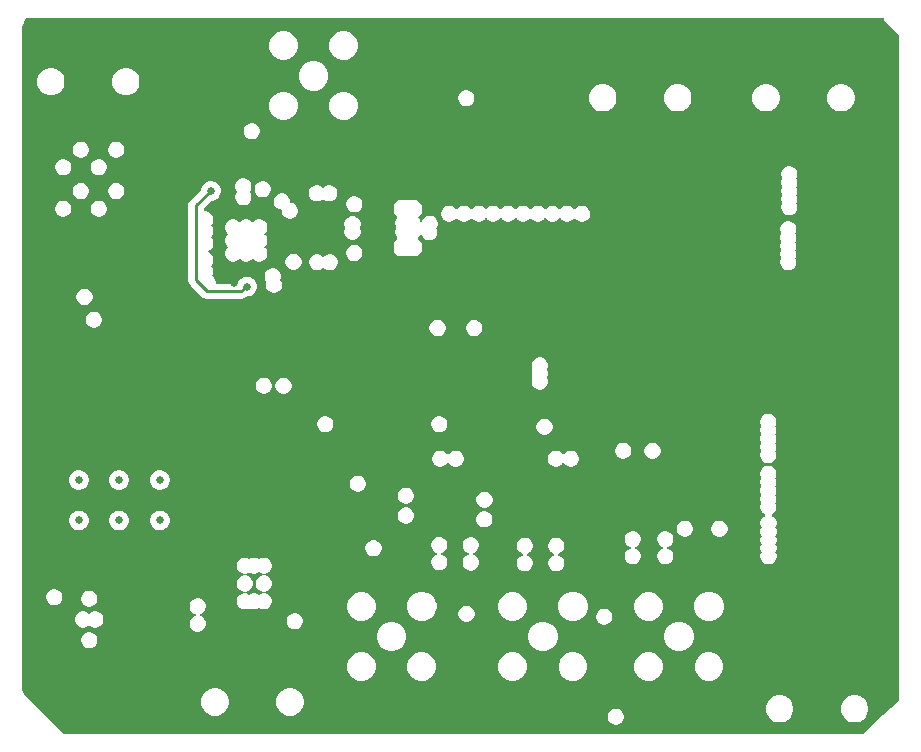
<source format=gbr>
%TF.GenerationSoftware,Altium Limited,Altium Designer,22.0.2 (36)*%
G04 Layer_Physical_Order=3*
G04 Layer_Color=16440176*
%FSLAX45Y45*%
%MOMM*%
%TF.SameCoordinates,A85A4143-1F01-4578-B965-72C63468A48A*%
%TF.FilePolarity,Positive*%
%TF.FileFunction,Copper,L3,Inr,Signal*%
%TF.Part,Single*%
G01*
G75*
%TA.AperFunction,Conductor*%
%ADD39C,0.25400*%
%TA.AperFunction,ComponentPad*%
%ADD45C,0.65000*%
%TA.AperFunction,ViaPad*%
%ADD58C,0.65000*%
G36*
X9353300Y5600300D02*
X9480300Y5473300D01*
Y1571362D01*
X9472687Y1542948D01*
Y1512458D01*
X9480300Y1484044D01*
Y936362D01*
X9472687Y907948D01*
Y877458D01*
X9480300Y849044D01*
Y-165000D01*
X9275935Y-350031D01*
X9167504Y-448204D01*
X2400705Y-448206D01*
X2065264Y-112765D01*
X2057906Y-85304D01*
X2050800Y-72996D01*
Y5536800D01*
X2088900Y5613000D01*
X9353300D01*
Y5600300D01*
D02*
G37*
%LPC*%
G36*
X4791155Y5500920D02*
X4759387D01*
X4728701Y5492698D01*
X4701190Y5476814D01*
X4678726Y5454351D01*
X4662843Y5426839D01*
X4654621Y5396154D01*
Y5364386D01*
X4662843Y5333701D01*
X4678726Y5306189D01*
X4701190Y5283726D01*
X4728701Y5267842D01*
X4759387Y5259620D01*
X4791155D01*
X4821840Y5267842D01*
X4849351Y5283726D01*
X4871815Y5306189D01*
X4887699Y5333701D01*
X4895921Y5364386D01*
Y5396154D01*
X4887699Y5426839D01*
X4871815Y5454351D01*
X4849351Y5476814D01*
X4821840Y5492698D01*
X4791155Y5500920D01*
D02*
G37*
G36*
X4280615D02*
X4248847D01*
X4218161Y5492698D01*
X4190650Y5476814D01*
X4168186Y5454351D01*
X4152303Y5426839D01*
X4144081Y5396154D01*
Y5364386D01*
X4152303Y5333701D01*
X4168186Y5306189D01*
X4190650Y5283726D01*
X4218161Y5267842D01*
X4248847Y5259620D01*
X4280615D01*
X4311300Y5267842D01*
X4338811Y5283726D01*
X4361275Y5306189D01*
X4377159Y5333701D01*
X4385381Y5364386D01*
Y5396154D01*
X4377159Y5426839D01*
X4361275Y5454351D01*
X4338811Y5476814D01*
X4311300Y5492698D01*
X4280615Y5500920D01*
D02*
G37*
G36*
X4536553Y5250730D02*
X4503448D01*
X4471471Y5242161D01*
X4442801Y5225609D01*
X4419392Y5202200D01*
X4402839Y5173530D01*
X4394271Y5141553D01*
Y5108447D01*
X4402839Y5076470D01*
X4419392Y5047800D01*
X4442801Y5024391D01*
X4471471Y5007838D01*
X4503448Y4999270D01*
X4536553D01*
X4568531Y5007838D01*
X4597201Y5024391D01*
X4620610Y5047800D01*
X4637162Y5076470D01*
X4645731Y5108447D01*
Y5141553D01*
X4637162Y5173530D01*
X4620610Y5202200D01*
X4597201Y5225609D01*
X4568531Y5242161D01*
X4536553Y5250730D01*
D02*
G37*
G36*
X2945247Y5190802D02*
X2914756D01*
X2885304Y5182911D01*
X2858899Y5167666D01*
X2837338Y5146105D01*
X2822093Y5119700D01*
X2814201Y5090248D01*
Y5059757D01*
X2822093Y5030305D01*
X2837338Y5003900D01*
X2858899Y4982340D01*
X2885304Y4967094D01*
X2914756Y4959203D01*
X2945247D01*
X2974698Y4967094D01*
X3001104Y4982340D01*
X3022664Y5003900D01*
X3037910Y5030305D01*
X3045801Y5059757D01*
Y5090248D01*
X3037910Y5119700D01*
X3022664Y5146105D01*
X3001104Y5167666D01*
X2974698Y5182911D01*
X2945247Y5190802D01*
D02*
G37*
G36*
X2310247D02*
X2279756D01*
X2250304Y5182911D01*
X2223899Y5167666D01*
X2202338Y5146105D01*
X2187093Y5119700D01*
X2179201Y5090248D01*
Y5059757D01*
X2187093Y5030305D01*
X2202338Y5003900D01*
X2223899Y4982340D01*
X2250304Y4967094D01*
X2279756Y4959203D01*
X2310247D01*
X2339698Y4967094D01*
X2366104Y4982340D01*
X2387664Y5003900D01*
X2402910Y5030305D01*
X2410801Y5059757D01*
Y5090248D01*
X2402910Y5119700D01*
X2387664Y5146105D01*
X2366104Y5167666D01*
X2339698Y5182911D01*
X2310247Y5190802D01*
D02*
G37*
G36*
X5820370Y5004065D02*
X5802386D01*
X5785015Y4999410D01*
X5769441Y4990418D01*
X5756725Y4977702D01*
X5747733Y4962127D01*
X5743078Y4944757D01*
Y4926773D01*
X5747733Y4909402D01*
X5756725Y4893828D01*
X5769441Y4881111D01*
X5785015Y4872120D01*
X5802386Y4867465D01*
X5820370D01*
X5837741Y4872120D01*
X5853315Y4881111D01*
X5866031Y4893828D01*
X5875023Y4909402D01*
X5879678Y4926773D01*
Y4944757D01*
X5875023Y4962127D01*
X5866031Y4977702D01*
X5853315Y4990418D01*
X5837741Y4999410D01*
X5820370Y5004065D01*
D02*
G37*
G36*
X9001118Y5055043D02*
X8970628D01*
X8941176Y5047152D01*
X8914770Y5031906D01*
X8893210Y5010346D01*
X8877965Y4983941D01*
X8870073Y4954489D01*
Y4923998D01*
X8877965Y4894546D01*
X8893210Y4868141D01*
X8914770Y4846580D01*
X8941176Y4831335D01*
X8970628Y4823443D01*
X9001118D01*
X9030570Y4831335D01*
X9056976Y4846580D01*
X9078536Y4868141D01*
X9093781Y4894546D01*
X9101673Y4923998D01*
Y4954489D01*
X9093781Y4983941D01*
X9078536Y5010346D01*
X9056976Y5031906D01*
X9030570Y5047152D01*
X9001118Y5055043D01*
D02*
G37*
G36*
X8366118D02*
X8335628D01*
X8306176Y5047152D01*
X8279770Y5031906D01*
X8258210Y5010346D01*
X8242965Y4983941D01*
X8235073Y4954489D01*
Y4923998D01*
X8242965Y4894546D01*
X8258210Y4868141D01*
X8279770Y4846580D01*
X8306176Y4831335D01*
X8335628Y4823443D01*
X8366118D01*
X8395570Y4831335D01*
X8421976Y4846580D01*
X8443536Y4868141D01*
X8458781Y4894546D01*
X8466673Y4923998D01*
Y4954489D01*
X8458781Y4983941D01*
X8443536Y5010346D01*
X8421976Y5031906D01*
X8395570Y5047152D01*
X8366118Y5055043D01*
D02*
G37*
G36*
X7618622D02*
X7588131D01*
X7558679Y5047152D01*
X7532274Y5031906D01*
X7510713Y5010346D01*
X7495468Y4983941D01*
X7487577Y4954489D01*
Y4923998D01*
X7495468Y4894546D01*
X7510713Y4868141D01*
X7532274Y4846580D01*
X7558679Y4831335D01*
X7588131Y4823443D01*
X7618622D01*
X7648074Y4831335D01*
X7674479Y4846580D01*
X7696039Y4868141D01*
X7711285Y4894546D01*
X7719176Y4923998D01*
Y4954489D01*
X7711285Y4983941D01*
X7696039Y5010346D01*
X7674479Y5031906D01*
X7648074Y5047152D01*
X7618622Y5055043D01*
D02*
G37*
G36*
X6983622D02*
X6953131D01*
X6923679Y5047152D01*
X6897274Y5031906D01*
X6875713Y5010346D01*
X6860468Y4983941D01*
X6852577Y4954489D01*
Y4923998D01*
X6860468Y4894546D01*
X6875713Y4868141D01*
X6897274Y4846580D01*
X6923679Y4831335D01*
X6953131Y4823443D01*
X6983622D01*
X7013074Y4831335D01*
X7039479Y4846580D01*
X7061039Y4868141D01*
X7076285Y4894546D01*
X7084176Y4923998D01*
Y4954489D01*
X7076285Y4983941D01*
X7061039Y5010346D01*
X7039479Y5031906D01*
X7013074Y5047152D01*
X6983622Y5055043D01*
D02*
G37*
G36*
X4791155Y4990380D02*
X4759387D01*
X4728701Y4982158D01*
X4701190Y4966274D01*
X4678726Y4943811D01*
X4662843Y4916299D01*
X4654621Y4885614D01*
Y4853846D01*
X4662843Y4823161D01*
X4678726Y4795649D01*
X4701190Y4773186D01*
X4728701Y4757302D01*
X4759387Y4749080D01*
X4791155D01*
X4821840Y4757302D01*
X4849351Y4773186D01*
X4871815Y4795649D01*
X4887699Y4823161D01*
X4895921Y4853846D01*
Y4885614D01*
X4887699Y4916299D01*
X4871815Y4943811D01*
X4849351Y4966274D01*
X4821840Y4982158D01*
X4791155Y4990380D01*
D02*
G37*
G36*
X4280615D02*
X4248847D01*
X4218161Y4982158D01*
X4190650Y4966274D01*
X4168186Y4943811D01*
X4152303Y4916299D01*
X4144081Y4885614D01*
Y4853846D01*
X4152303Y4823161D01*
X4168186Y4795649D01*
X4190650Y4773186D01*
X4218161Y4757302D01*
X4248847Y4749080D01*
X4280615D01*
X4311300Y4757302D01*
X4338811Y4773186D01*
X4361275Y4795649D01*
X4377159Y4823161D01*
X4385381Y4853846D01*
Y4885614D01*
X4377159Y4916299D01*
X4361275Y4943811D01*
X4338811Y4966274D01*
X4311300Y4982158D01*
X4280615Y4990380D01*
D02*
G37*
G36*
X4004968Y4725619D02*
X3986984D01*
X3969613Y4720965D01*
X3954039Y4711973D01*
X3941322Y4699256D01*
X3932330Y4683682D01*
X3927676Y4666311D01*
Y4648328D01*
X3932330Y4630957D01*
X3941322Y4615382D01*
X3954039Y4602666D01*
X3969613Y4593674D01*
X3986984Y4589020D01*
X4004968D01*
X4022338Y4593674D01*
X4037913Y4602666D01*
X4050629Y4615382D01*
X4059621Y4630957D01*
X4064276Y4648328D01*
Y4666311D01*
X4059621Y4683682D01*
X4050629Y4699256D01*
X4037913Y4711973D01*
X4022338Y4720965D01*
X4004968Y4725619D01*
D02*
G37*
G36*
X2858992Y4568300D02*
X2841008D01*
X2823637Y4563645D01*
X2808063Y4554653D01*
X2795347Y4541937D01*
X2786355Y4526363D01*
X2781700Y4508992D01*
Y4491008D01*
X2786355Y4473637D01*
X2795347Y4458063D01*
X2808063Y4445346D01*
X2823637Y4436355D01*
X2841008Y4431700D01*
X2858992D01*
X2876363Y4436355D01*
X2891937Y4445346D01*
X2904654Y4458063D01*
X2913645Y4473637D01*
X2918300Y4491008D01*
Y4508992D01*
X2913645Y4526363D01*
X2904654Y4541937D01*
X2891937Y4554653D01*
X2876363Y4563645D01*
X2858992Y4568300D01*
D02*
G37*
G36*
X2558992D02*
X2541008D01*
X2523637Y4563645D01*
X2508063Y4554653D01*
X2495347Y4541937D01*
X2486355Y4526363D01*
X2481700Y4508992D01*
Y4491008D01*
X2486355Y4473637D01*
X2495347Y4458063D01*
X2508063Y4445346D01*
X2523637Y4436355D01*
X2541008Y4431700D01*
X2558992D01*
X2576363Y4436355D01*
X2591937Y4445346D01*
X2604653Y4458063D01*
X2613645Y4473637D01*
X2618300Y4491008D01*
Y4508992D01*
X2613645Y4526363D01*
X2604653Y4541937D01*
X2591937Y4554653D01*
X2576363Y4563645D01*
X2558992Y4568300D01*
D02*
G37*
G36*
X2708992Y4418300D02*
X2691008D01*
X2673638Y4413645D01*
X2658063Y4404653D01*
X2645347Y4391937D01*
X2636355Y4376363D01*
X2631700Y4358992D01*
Y4341008D01*
X2636355Y4323637D01*
X2645347Y4308063D01*
X2658063Y4295347D01*
X2673638Y4286355D01*
X2691008Y4281700D01*
X2708992D01*
X2726363Y4286355D01*
X2741937Y4295347D01*
X2754654Y4308063D01*
X2763645Y4323637D01*
X2768300Y4341008D01*
Y4358992D01*
X2763645Y4376363D01*
X2754654Y4391937D01*
X2741937Y4404653D01*
X2726363Y4413645D01*
X2708992Y4418300D01*
D02*
G37*
G36*
X2408992D02*
X2391008D01*
X2373637Y4413645D01*
X2358063Y4404653D01*
X2345347Y4391937D01*
X2336355Y4376363D01*
X2331700Y4358992D01*
Y4341008D01*
X2336355Y4323637D01*
X2345347Y4308063D01*
X2358063Y4295347D01*
X2373637Y4286355D01*
X2391008Y4281700D01*
X2408992D01*
X2426363Y4286355D01*
X2441937Y4295347D01*
X2454653Y4308063D01*
X2463645Y4323637D01*
X2468300Y4341008D01*
Y4358992D01*
X2463645Y4376363D01*
X2454653Y4391937D01*
X2441937Y4404653D01*
X2426363Y4413645D01*
X2408992Y4418300D01*
D02*
G37*
G36*
X4660167Y4198644D02*
X4642184D01*
X4624813Y4193989D01*
X4609238Y4184997D01*
X4599690Y4175449D01*
X4590141Y4184997D01*
X4574566Y4193989D01*
X4557196Y4198644D01*
X4539212D01*
X4521841Y4193989D01*
X4506267Y4184997D01*
X4493550Y4172281D01*
X4484558Y4156707D01*
X4479904Y4139336D01*
Y4121352D01*
X4484558Y4103981D01*
X4493550Y4088407D01*
X4506267Y4075691D01*
X4521841Y4066699D01*
X4539212Y4062044D01*
X4557196D01*
X4574566Y4066699D01*
X4590141Y4075691D01*
X4599690Y4085239D01*
X4609238Y4075691D01*
X4624813Y4066699D01*
X4642184Y4062044D01*
X4660167D01*
X4677538Y4066699D01*
X4693112Y4075691D01*
X4705829Y4088407D01*
X4714821Y4103981D01*
X4719475Y4121352D01*
Y4139336D01*
X4714821Y4156707D01*
X4705829Y4172281D01*
X4693112Y4184997D01*
X4677538Y4193989D01*
X4660167Y4198644D01*
D02*
G37*
G36*
X4097175Y4232115D02*
X4079191D01*
X4061820Y4227460D01*
X4046246Y4218468D01*
X4033529Y4205752D01*
X4024538Y4190178D01*
X4019883Y4172807D01*
Y4154823D01*
X4024538Y4137452D01*
X4033529Y4121878D01*
X4046246Y4109161D01*
X4061820Y4100170D01*
X4079191Y4095515D01*
X4097175D01*
X4114545Y4100170D01*
X4130120Y4109161D01*
X4142836Y4121878D01*
X4151828Y4137452D01*
X4156483Y4154823D01*
Y4172807D01*
X4151828Y4190178D01*
X4142836Y4205752D01*
X4130120Y4218468D01*
X4114545Y4227460D01*
X4097175Y4232115D01*
D02*
G37*
G36*
X2858992Y4218300D02*
X2841008D01*
X2823637Y4213645D01*
X2808063Y4204653D01*
X2795347Y4191937D01*
X2786355Y4176362D01*
X2781700Y4158992D01*
Y4141008D01*
X2786355Y4123637D01*
X2795347Y4108063D01*
X2808063Y4095346D01*
X2823637Y4086355D01*
X2841008Y4081700D01*
X2858992D01*
X2876363Y4086355D01*
X2891937Y4095346D01*
X2904654Y4108063D01*
X2913645Y4123637D01*
X2918300Y4141008D01*
Y4158992D01*
X2913645Y4176362D01*
X2904654Y4191937D01*
X2891937Y4204653D01*
X2876363Y4213645D01*
X2858992Y4218300D01*
D02*
G37*
G36*
X2558992D02*
X2541008D01*
X2523637Y4213645D01*
X2508063Y4204653D01*
X2495347Y4191937D01*
X2486355Y4176362D01*
X2481700Y4158992D01*
Y4141008D01*
X2486355Y4123637D01*
X2495347Y4108063D01*
X2508063Y4095346D01*
X2523637Y4086355D01*
X2541008Y4081700D01*
X2558992D01*
X2576363Y4086355D01*
X2591937Y4095346D01*
X2604653Y4108063D01*
X2613645Y4123637D01*
X2618300Y4141008D01*
Y4158992D01*
X2613645Y4176362D01*
X2604653Y4191937D01*
X2591937Y4204653D01*
X2576363Y4213645D01*
X2558992Y4218300D01*
D02*
G37*
G36*
X3934970Y4257118D02*
X3916987D01*
X3899616Y4252464D01*
X3884042Y4243472D01*
X3871325Y4230756D01*
X3862333Y4215181D01*
X3857679Y4197811D01*
Y4179827D01*
X3862333Y4162456D01*
X3871325Y4146882D01*
X3874389Y4143817D01*
X3871325Y4140753D01*
X3862333Y4125179D01*
X3857679Y4107808D01*
Y4089824D01*
X3862333Y4072454D01*
X3871325Y4056879D01*
X3884042Y4044163D01*
X3899616Y4035171D01*
X3916987Y4030516D01*
X3934970D01*
X3952341Y4035171D01*
X3967915Y4044163D01*
X3980632Y4056879D01*
X3989624Y4072454D01*
X3994278Y4089824D01*
Y4107808D01*
X3989624Y4125179D01*
X3980632Y4140753D01*
X3977568Y4143817D01*
X3980632Y4146882D01*
X3989624Y4162456D01*
X3994278Y4179827D01*
Y4197811D01*
X3989624Y4215181D01*
X3980632Y4230756D01*
X3967915Y4243472D01*
X3952341Y4252464D01*
X3934970Y4257118D01*
D02*
G37*
G36*
X6801637Y4026698D02*
X6783653D01*
X6766283Y4022044D01*
X6750708Y4013052D01*
X6737992Y4000335D01*
X6736532Y3997806D01*
X6723832D01*
X6722371Y4000335D01*
X6709655Y4013052D01*
X6694081Y4022044D01*
X6676710Y4026698D01*
X6658726D01*
X6641355Y4022044D01*
X6625781Y4013052D01*
X6613064Y4000335D01*
X6611604Y3997806D01*
X6598904D01*
X6597444Y4000335D01*
X6584727Y4013052D01*
X6569153Y4022044D01*
X6551782Y4026698D01*
X6533799D01*
X6516428Y4022044D01*
X6500854Y4013052D01*
X6488137Y4000335D01*
X6486677Y3997806D01*
X6473977D01*
X6472517Y4000335D01*
X6459800Y4013052D01*
X6444226Y4022044D01*
X6426855Y4026698D01*
X6408871D01*
X6391501Y4022044D01*
X6375926Y4013052D01*
X6363210Y4000335D01*
X6362395Y3998923D01*
X6349695D01*
X6348880Y4000335D01*
X6336163Y4013052D01*
X6320589Y4022044D01*
X6303218Y4026698D01*
X6285234D01*
X6267864Y4022044D01*
X6252289Y4013052D01*
X6239573Y4000335D01*
X6238077Y3997745D01*
X6225377D01*
X6223881Y4000335D01*
X6211165Y4013052D01*
X6195590Y4022044D01*
X6178220Y4026698D01*
X6160236D01*
X6142865Y4022044D01*
X6127291Y4013052D01*
X6114574Y4000335D01*
X6112809Y3997277D01*
X6098144D01*
X6096378Y4000335D01*
X6083662Y4013052D01*
X6068087Y4022044D01*
X6050717Y4026698D01*
X6032733D01*
X6015362Y4022044D01*
X5999788Y4013052D01*
X5987071Y4000335D01*
X5986292Y3998985D01*
X5973592D01*
X5972812Y4000335D01*
X5960096Y4013052D01*
X5944522Y4022044D01*
X5927151Y4026698D01*
X5909167D01*
X5891796Y4022044D01*
X5876222Y4013052D01*
X5863505Y4000335D01*
X5862045Y3997806D01*
X5849345D01*
X5847885Y4000335D01*
X5835168Y4013052D01*
X5819594Y4022044D01*
X5802223Y4026698D01*
X5784240D01*
X5766869Y4022044D01*
X5751295Y4013052D01*
X5738578Y4000335D01*
X5737118Y3997806D01*
X5724418D01*
X5722958Y4000335D01*
X5710241Y4013052D01*
X5694667Y4022044D01*
X5677296Y4026698D01*
X5659312D01*
X5641941Y4022044D01*
X5626367Y4013052D01*
X5613651Y4000335D01*
X5604659Y3984761D01*
X5600004Y3967390D01*
Y3949406D01*
X5604659Y3932036D01*
X5613651Y3916461D01*
X5626367Y3903745D01*
X5641941Y3894753D01*
X5659312Y3890098D01*
X5677296D01*
X5694667Y3894753D01*
X5710241Y3903745D01*
X5722958Y3916461D01*
X5724418Y3918990D01*
X5737118D01*
X5738578Y3916461D01*
X5751295Y3903745D01*
X5766869Y3894753D01*
X5784240Y3890098D01*
X5802223D01*
X5819594Y3894753D01*
X5835168Y3903745D01*
X5847885Y3916461D01*
X5849345Y3918990D01*
X5862045D01*
X5863505Y3916461D01*
X5876222Y3903745D01*
X5891796Y3894753D01*
X5909167Y3890098D01*
X5927151D01*
X5944522Y3894753D01*
X5960096Y3903745D01*
X5972812Y3916461D01*
X5973592Y3917811D01*
X5986292D01*
X5987071Y3916461D01*
X5999788Y3903745D01*
X6015362Y3894753D01*
X6032733Y3890098D01*
X6050717D01*
X6068087Y3894753D01*
X6083662Y3903745D01*
X6096378Y3916461D01*
X6098144Y3919519D01*
X6112809D01*
X6114574Y3916461D01*
X6127291Y3903745D01*
X6142865Y3894753D01*
X6160236Y3890098D01*
X6178220D01*
X6195590Y3894753D01*
X6211165Y3903745D01*
X6223881Y3916461D01*
X6225377Y3919052D01*
X6238077D01*
X6239573Y3916461D01*
X6252289Y3903745D01*
X6267864Y3894753D01*
X6285234Y3890098D01*
X6303218D01*
X6320589Y3894753D01*
X6336163Y3903745D01*
X6348880Y3916461D01*
X6349695Y3917873D01*
X6362395D01*
X6363210Y3916461D01*
X6375926Y3903745D01*
X6391501Y3894753D01*
X6408871Y3890098D01*
X6426855D01*
X6444226Y3894753D01*
X6459800Y3903745D01*
X6472517Y3916461D01*
X6473977Y3918990D01*
X6486677D01*
X6488137Y3916461D01*
X6500854Y3903745D01*
X6516428Y3894753D01*
X6533799Y3890098D01*
X6551782D01*
X6569153Y3894753D01*
X6584727Y3903745D01*
X6597444Y3916461D01*
X6598904Y3918990D01*
X6611604D01*
X6613064Y3916461D01*
X6625781Y3903745D01*
X6641355Y3894753D01*
X6658726Y3890098D01*
X6676710D01*
X6694081Y3894753D01*
X6709655Y3903745D01*
X6722371Y3916461D01*
X6723832Y3918990D01*
X6736532D01*
X6737992Y3916461D01*
X6750708Y3903745D01*
X6766283Y3894753D01*
X6783653Y3890098D01*
X6801637D01*
X6819008Y3894753D01*
X6834582Y3903745D01*
X6847299Y3916461D01*
X6856291Y3932036D01*
X6860945Y3949406D01*
Y3967390D01*
X6856291Y3984761D01*
X6847299Y4000335D01*
X6834582Y4013052D01*
X6819008Y4022044D01*
X6801637Y4026698D01*
D02*
G37*
G36*
X4874808Y4107646D02*
X4856825D01*
X4839454Y4102992D01*
X4823880Y4094000D01*
X4811163Y4081283D01*
X4802171Y4065709D01*
X4797517Y4048338D01*
Y4030355D01*
X4802171Y4012984D01*
X4811163Y3997410D01*
X4823880Y3984693D01*
X4839454Y3975701D01*
X4856825Y3971047D01*
X4874808D01*
X4892179Y3975701D01*
X4907753Y3984693D01*
X4920470Y3997410D01*
X4929462Y4012984D01*
X4934116Y4030355D01*
Y4048338D01*
X4929462Y4065709D01*
X4920470Y4081283D01*
X4907753Y4094000D01*
X4892179Y4102992D01*
X4874808Y4107646D01*
D02*
G37*
G36*
X8556283Y4360666D02*
X8538299D01*
X8520928Y4356012D01*
X8505354Y4347020D01*
X8492637Y4334303D01*
X8483645Y4318729D01*
X8478991Y4301358D01*
Y4283375D01*
X8483645Y4266004D01*
X8488633Y4257366D01*
X8483646Y4248729D01*
X8478991Y4231358D01*
Y4213375D01*
X8483646Y4196004D01*
X8488633Y4187367D01*
X8483646Y4178729D01*
X8478991Y4161358D01*
Y4143374D01*
X8483646Y4126004D01*
X8488633Y4117366D01*
X8483646Y4108729D01*
X8478992Y4091358D01*
Y4073374D01*
X8483646Y4056004D01*
X8488633Y4047366D01*
X8483647Y4038730D01*
X8478992Y4021359D01*
Y4003375D01*
X8483647Y3986004D01*
X8492639Y3970430D01*
X8505355Y3957713D01*
X8520929Y3948722D01*
X8538300Y3944067D01*
X8556284D01*
X8573655Y3948722D01*
X8589229Y3957713D01*
X8601945Y3970430D01*
X8610937Y3986004D01*
X8615592Y4003375D01*
Y4021359D01*
X8610937Y4038730D01*
X8605951Y4047367D01*
X8610937Y4056004D01*
X8615592Y4073374D01*
Y4091358D01*
X8610937Y4108729D01*
X8605950Y4117367D01*
X8610937Y4126004D01*
X8615591Y4143374D01*
Y4161358D01*
X8610937Y4178729D01*
X8605950Y4187367D01*
X8610937Y4196004D01*
X8615591Y4213375D01*
Y4231358D01*
X8610937Y4248729D01*
X8605950Y4257367D01*
X8610936Y4266004D01*
X8615591Y4283375D01*
Y4301358D01*
X8610936Y4318729D01*
X8601944Y4334303D01*
X8589228Y4347020D01*
X8573653Y4356012D01*
X8556283Y4360666D01*
D02*
G37*
G36*
X2708992Y4068300D02*
X2691008D01*
X2673638Y4063645D01*
X2658063Y4054653D01*
X2645347Y4041937D01*
X2636355Y4026363D01*
X2631700Y4008992D01*
Y3991008D01*
X2636355Y3973637D01*
X2645347Y3958063D01*
X2658063Y3945346D01*
X2673638Y3936355D01*
X2691008Y3931700D01*
X2708992D01*
X2726363Y3936355D01*
X2741937Y3945346D01*
X2754654Y3958063D01*
X2763645Y3973637D01*
X2768300Y3991008D01*
Y4008992D01*
X2763645Y4026363D01*
X2754654Y4041937D01*
X2741937Y4054653D01*
X2726363Y4063645D01*
X2708992Y4068300D01*
D02*
G37*
G36*
X2408992D02*
X2391008D01*
X2373637Y4063645D01*
X2358063Y4054653D01*
X2345347Y4041937D01*
X2336355Y4026363D01*
X2331700Y4008992D01*
Y3991008D01*
X2336355Y3973637D01*
X2345347Y3958063D01*
X2358063Y3945346D01*
X2373637Y3936355D01*
X2391008Y3931700D01*
X2408992D01*
X2426363Y3936355D01*
X2441937Y3945346D01*
X2454653Y3958063D01*
X2463645Y3973637D01*
X2468300Y3991008D01*
Y4008992D01*
X2463645Y4026363D01*
X2454653Y4041937D01*
X2441937Y4054653D01*
X2426363Y4063645D01*
X2408992Y4068300D01*
D02*
G37*
G36*
X4259968Y4129616D02*
X4241985D01*
X4224614Y4124961D01*
X4209040Y4115969D01*
X4196323Y4103253D01*
X4187331Y4087678D01*
X4182677Y4070308D01*
Y4052324D01*
X4187331Y4034953D01*
X4196323Y4019379D01*
X4209040Y4006662D01*
X4224614Y3997670D01*
X4238040Y3994073D01*
X4250180Y3990307D01*
Y3972324D01*
X4254834Y3954953D01*
X4263826Y3939379D01*
X4276543Y3926662D01*
X4292117Y3917671D01*
X4309488Y3913016D01*
X4327471D01*
X4344842Y3917671D01*
X4360416Y3926662D01*
X4373133Y3939379D01*
X4382125Y3954953D01*
X4386779Y3972324D01*
Y3990308D01*
X4382125Y4007679D01*
X4373133Y4023253D01*
X4360416Y4035969D01*
X4344842Y4044961D01*
X4331416Y4048559D01*
X4319276Y4052324D01*
Y4070308D01*
X4314622Y4087678D01*
X4305630Y4103253D01*
X4292913Y4115969D01*
X4277339Y4124961D01*
X4259968Y4129616D01*
D02*
G37*
G36*
X4069555Y3909687D02*
X4051571D01*
X4034200Y3905033D01*
X4018626Y3896041D01*
X4013976Y3891391D01*
X4005562Y3883645D01*
X3997147Y3891391D01*
X3992497Y3896041D01*
X3976923Y3905033D01*
X3959552Y3909687D01*
X3941569D01*
X3924198Y3905033D01*
X3908624Y3896041D01*
X3903976Y3891393D01*
X3895562Y3883642D01*
X3887148Y3891393D01*
X3882500Y3896041D01*
X3866926Y3905033D01*
X3849555Y3909687D01*
X3831571D01*
X3814201Y3905033D01*
X3798626Y3896041D01*
X3785910Y3883324D01*
X3776918Y3867750D01*
X3772263Y3850379D01*
Y3832395D01*
X3776918Y3815025D01*
X3785910Y3799450D01*
X3790558Y3794802D01*
X3798308Y3786389D01*
X3790558Y3777975D01*
X3785910Y3773327D01*
X3776918Y3757753D01*
X3772263Y3740382D01*
Y3722398D01*
X3776918Y3705027D01*
X3785910Y3689453D01*
X3790560Y3684803D01*
X3798306Y3676389D01*
X3790560Y3667975D01*
X3785910Y3663325D01*
X3776918Y3647750D01*
X3772263Y3630380D01*
Y3612396D01*
X3776918Y3595025D01*
X3785910Y3579451D01*
X3798626Y3566734D01*
X3814201Y3557742D01*
X3831571Y3553088D01*
X3849555D01*
X3866926Y3557742D01*
X3882500Y3566734D01*
X3887148Y3571382D01*
X3895562Y3579133D01*
X3903976Y3571382D01*
X3908624Y3566734D01*
X3924198Y3557742D01*
X3941569Y3553088D01*
X3959552D01*
X3976923Y3557742D01*
X3992497Y3566734D01*
X3997147Y3571384D01*
X4005562Y3579131D01*
X4013976Y3571384D01*
X4018626Y3566734D01*
X4034200Y3557742D01*
X4051571Y3553088D01*
X4069555D01*
X4086926Y3557742D01*
X4102500Y3566734D01*
X4115216Y3579451D01*
X4124208Y3595025D01*
X4128863Y3612396D01*
Y3630380D01*
X4124208Y3647750D01*
X4115216Y3663325D01*
X4110566Y3667975D01*
X4102820Y3676389D01*
X4110566Y3684803D01*
X4115216Y3689453D01*
X4124208Y3705027D01*
X4128863Y3722398D01*
Y3740382D01*
X4124208Y3757753D01*
X4115216Y3773327D01*
X4110568Y3777975D01*
X4102818Y3786389D01*
X4110568Y3794802D01*
X4115216Y3799450D01*
X4124208Y3815025D01*
X4128863Y3832395D01*
Y3850379D01*
X4124208Y3867750D01*
X4115216Y3883324D01*
X4102500Y3896041D01*
X4086926Y3905033D01*
X4069555Y3909687D01*
D02*
G37*
G36*
X4858789Y3937129D02*
X4840805D01*
X4823435Y3932474D01*
X4807860Y3923483D01*
X4795144Y3910766D01*
X4786152Y3895192D01*
X4781497Y3877821D01*
Y3859837D01*
X4786152Y3842467D01*
X4789337Y3836950D01*
X4785459Y3830233D01*
X4780805Y3812863D01*
Y3794879D01*
X4785459Y3777508D01*
X4794451Y3761934D01*
X4807167Y3749217D01*
X4822742Y3740225D01*
X4840112Y3735571D01*
X4858096D01*
X4875467Y3740225D01*
X4891041Y3749217D01*
X4903758Y3761934D01*
X4912750Y3777508D01*
X4917404Y3794879D01*
Y3812863D01*
X4912750Y3830233D01*
X4909565Y3835750D01*
X4913443Y3842467D01*
X4918097Y3859837D01*
Y3877821D01*
X4913443Y3895192D01*
X4904451Y3910766D01*
X4891734Y3923483D01*
X4876160Y3932474D01*
X4858789Y3937129D01*
D02*
G37*
G36*
X5396451Y4075000D02*
X5232500Y4075000D01*
X5200000Y4042500D01*
Y3960020D01*
X5224814Y3935207D01*
X5227528Y3932492D01*
X5225883Y3920473D01*
X5223547Y3918137D01*
X5214555Y3902563D01*
X5209900Y3885192D01*
Y3867208D01*
X5214555Y3849837D01*
X5221274Y3838200D01*
X5214555Y3826563D01*
X5209900Y3809192D01*
Y3791208D01*
X5214555Y3773837D01*
X5223547Y3758263D01*
X5225929Y3755880D01*
X5227528Y3743842D01*
X5200000Y3716314D01*
Y3633834D01*
X5232500Y3601334D01*
X5396451Y3601334D01*
X5437892Y3642768D01*
Y3712376D01*
X5406427Y3743842D01*
X5406926Y3756335D01*
X5408854Y3758263D01*
X5417845Y3773837D01*
X5420249Y3782806D01*
X5433397D01*
X5435809Y3773803D01*
X5444801Y3758229D01*
X5457517Y3745513D01*
X5473092Y3736521D01*
X5490462Y3731866D01*
X5508446D01*
X5525817Y3736521D01*
X5541391Y3745513D01*
X5554108Y3758229D01*
X5563100Y3773803D01*
X5567754Y3791174D01*
Y3809158D01*
X5563100Y3826529D01*
X5558943Y3833728D01*
X5566350Y3846556D01*
X5571004Y3863927D01*
Y3881910D01*
X5566350Y3899281D01*
X5557358Y3914856D01*
X5544641Y3927572D01*
X5529067Y3936564D01*
X5511696Y3941218D01*
X5493712D01*
X5476342Y3936564D01*
X5460767Y3927572D01*
X5448051Y3914856D01*
X5439059Y3899281D01*
X5435200Y3884879D01*
X5422500Y3885192D01*
X5417845Y3902563D01*
X5408854Y3918137D01*
X5406972Y3920018D01*
X5406427Y3932492D01*
X5437892Y3963958D01*
Y4033566D01*
X5396451Y4075000D01*
D02*
G37*
G36*
X4664888Y3615614D02*
X4646904D01*
X4629533Y3610960D01*
X4613959Y3601968D01*
X4602930Y3590939D01*
X4591902Y3601968D01*
X4576328Y3610960D01*
X4558957Y3615614D01*
X4540973D01*
X4523602Y3610960D01*
X4508028Y3601968D01*
X4495312Y3589251D01*
X4486320Y3573677D01*
X4481665Y3556306D01*
Y3538323D01*
X4486320Y3520952D01*
X4495312Y3505378D01*
X4508028Y3492661D01*
X4523602Y3483669D01*
X4540973Y3479015D01*
X4558957D01*
X4576328Y3483669D01*
X4591902Y3492661D01*
X4602930Y3503689D01*
X4613959Y3492661D01*
X4629533Y3483669D01*
X4646904Y3479015D01*
X4664888D01*
X4682258Y3483669D01*
X4697833Y3492661D01*
X4710549Y3505378D01*
X4719541Y3520952D01*
X4724196Y3538323D01*
Y3556306D01*
X4719541Y3573677D01*
X4710549Y3589251D01*
X4697833Y3601968D01*
X4682258Y3610960D01*
X4664888Y3615614D01*
D02*
G37*
G36*
X4874808Y3693299D02*
X4856825D01*
X4839454Y3688645D01*
X4823880Y3679653D01*
X4811163Y3666936D01*
X4802171Y3651362D01*
X4797517Y3633991D01*
Y3616007D01*
X4802171Y3598637D01*
X4811163Y3583062D01*
X4823880Y3570346D01*
X4839454Y3561354D01*
X4856825Y3556700D01*
X4874808D01*
X4892179Y3561354D01*
X4907753Y3570346D01*
X4920470Y3583062D01*
X4929462Y3598637D01*
X4934116Y3616007D01*
Y3633991D01*
X4929462Y3651362D01*
X4920470Y3666936D01*
X4907753Y3679653D01*
X4892179Y3688645D01*
X4874808Y3693299D01*
D02*
G37*
G36*
X4358957Y3618274D02*
X4340974D01*
X4323603Y3613619D01*
X4308028Y3604627D01*
X4295312Y3591911D01*
X4286320Y3576337D01*
X4281666Y3558966D01*
Y3540982D01*
X4286320Y3523611D01*
X4295312Y3508037D01*
X4308028Y3495320D01*
X4323603Y3486329D01*
X4340974Y3481674D01*
X4358957D01*
X4376328Y3486329D01*
X4391902Y3495320D01*
X4404619Y3508037D01*
X4413611Y3523611D01*
X4418265Y3540982D01*
Y3558966D01*
X4413611Y3576337D01*
X4404619Y3591911D01*
X4391902Y3604627D01*
X4376328Y3613619D01*
X4358957Y3618274D01*
D02*
G37*
G36*
X8548785Y3895161D02*
X8530801D01*
X8513430Y3890507D01*
X8497856Y3881515D01*
X8485139Y3868798D01*
X8476147Y3853224D01*
X8471493Y3835853D01*
Y3817870D01*
X8476147Y3800499D01*
X8481134Y3791861D01*
X8476148Y3783224D01*
X8471493Y3765853D01*
Y3747870D01*
X8476148Y3730499D01*
X8481135Y3721861D01*
X8476148Y3713224D01*
X8471493Y3695853D01*
Y3677869D01*
X8476148Y3660499D01*
X8481135Y3651861D01*
X8476148Y3643224D01*
X8471494Y3625853D01*
Y3607869D01*
X8476148Y3590499D01*
X8481135Y3581861D01*
X8476149Y3573225D01*
X8471494Y3555854D01*
Y3537870D01*
X8476149Y3520499D01*
X8485141Y3504925D01*
X8497857Y3492208D01*
X8513431Y3483217D01*
X8530802Y3478562D01*
X8548786D01*
X8566157Y3483217D01*
X8581731Y3492208D01*
X8594447Y3504925D01*
X8603439Y3520499D01*
X8608094Y3537870D01*
Y3555854D01*
X8603439Y3573225D01*
X8598452Y3581862D01*
X8603439Y3590499D01*
X8608094Y3607869D01*
Y3625853D01*
X8603439Y3643224D01*
X8598452Y3651862D01*
X8603438Y3660499D01*
X8608093Y3677869D01*
Y3695853D01*
X8603438Y3713224D01*
X8598452Y3721861D01*
X8603438Y3730499D01*
X8608093Y3747870D01*
Y3765853D01*
X8603438Y3783224D01*
X8598451Y3791862D01*
X8603438Y3800499D01*
X8608093Y3817870D01*
Y3835853D01*
X8603438Y3853224D01*
X8594446Y3868798D01*
X8581730Y3881515D01*
X8566155Y3890507D01*
X8548785Y3895161D01*
D02*
G37*
G36*
X4183035Y3494884D02*
X4165052D01*
X4147681Y3490229D01*
X4132107Y3481238D01*
X4119390Y3468521D01*
X4110398Y3452947D01*
X4105744Y3435576D01*
Y3417592D01*
X4110398Y3400222D01*
X4119390Y3384647D01*
X4122025Y3382012D01*
X4121286Y3380731D01*
X4116631Y3363360D01*
Y3345376D01*
X4121286Y3328005D01*
X4130277Y3312431D01*
X4142994Y3299715D01*
X4158568Y3290723D01*
X4175939Y3286068D01*
X4193923D01*
X4211294Y3290723D01*
X4226868Y3299715D01*
X4239584Y3312431D01*
X4248576Y3328005D01*
X4253231Y3345376D01*
Y3363360D01*
X4248576Y3380731D01*
X4239584Y3396305D01*
X4236949Y3398940D01*
X4237689Y3400222D01*
X4242343Y3417592D01*
Y3435576D01*
X4237689Y3452947D01*
X4228697Y3468521D01*
X4215980Y3481238D01*
X4200406Y3490229D01*
X4183035Y3494884D01*
D02*
G37*
G36*
X3660471Y4236091D02*
X3638538D01*
X3617352Y4230415D01*
X3598357Y4219448D01*
X3582848Y4203939D01*
X3571881Y4184944D01*
X3566204Y4163758D01*
Y4161053D01*
X3479597Y4074445D01*
X3465562Y4053441D01*
X3460633Y4028664D01*
Y3392652D01*
X3465562Y3367876D01*
X3479597Y3346871D01*
X3570954Y3255514D01*
X3591958Y3241479D01*
X3616735Y3236551D01*
X3904224D01*
X3929001Y3241479D01*
X3950005Y3255514D01*
X3952508Y3258017D01*
X3965928D01*
X3987114Y3263693D01*
X4006109Y3274660D01*
X4021618Y3290169D01*
X4032585Y3309164D01*
X4038262Y3330350D01*
Y3352284D01*
X4032585Y3373470D01*
X4021618Y3392464D01*
X4006109Y3407974D01*
X3987114Y3418940D01*
X3965928Y3424617D01*
X3943995D01*
X3922809Y3418940D01*
X3903814Y3407974D01*
X3888305Y3392464D01*
X3877338Y3373470D01*
X3875347Y3366039D01*
X3693065D01*
Y3380887D01*
X3688410Y3398258D01*
X3679418Y3413832D01*
X3666702Y3426549D01*
X3656949Y3432180D01*
X3664326Y3444957D01*
X3668980Y3462328D01*
Y3480311D01*
X3664326Y3497682D01*
X3655334Y3513256D01*
X3651024Y3517566D01*
X3657839Y3524380D01*
X3666830Y3539954D01*
X3671485Y3557325D01*
Y3575309D01*
X3666830Y3592680D01*
X3657839Y3608254D01*
X3645122Y3620970D01*
X3630069Y3629661D01*
X3629548Y3632053D01*
Y3640579D01*
X3630069Y3642971D01*
X3645122Y3651662D01*
X3657839Y3664378D01*
X3666830Y3679953D01*
X3671485Y3697323D01*
Y3715307D01*
X3666830Y3732678D01*
X3657839Y3748252D01*
X3648523Y3757567D01*
X3657839Y3766882D01*
X3666830Y3782457D01*
X3671485Y3799828D01*
Y3817811D01*
X3666830Y3835182D01*
X3657839Y3850756D01*
X3649776Y3858819D01*
X3657839Y3866882D01*
X3666830Y3882457D01*
X3671485Y3899827D01*
Y3917811D01*
X3666830Y3935182D01*
X3657839Y3950756D01*
X3645122Y3963473D01*
X3629548Y3972464D01*
X3612177Y3977119D01*
X3594193D01*
X3590122Y3980243D01*
Y4001846D01*
X3657766Y4069491D01*
X3660471D01*
X3681657Y4075168D01*
X3700652Y4086135D01*
X3716161Y4101644D01*
X3727128Y4120639D01*
X3732805Y4141825D01*
Y4163758D01*
X3727128Y4184944D01*
X3716161Y4203939D01*
X3700652Y4219448D01*
X3681657Y4230415D01*
X3660471Y4236091D01*
D02*
G37*
G36*
X2589400Y3320802D02*
X2571417D01*
X2554046Y3316147D01*
X2538472Y3307155D01*
X2525755Y3294439D01*
X2516763Y3278864D01*
X2512109Y3261494D01*
Y3243510D01*
X2516763Y3226139D01*
X2525755Y3210565D01*
X2538472Y3197848D01*
X2554046Y3188856D01*
X2571417Y3184202D01*
X2589400D01*
X2606771Y3188856D01*
X2622346Y3197848D01*
X2635062Y3210565D01*
X2644054Y3226139D01*
X2648708Y3243510D01*
Y3261494D01*
X2644054Y3278864D01*
X2635062Y3294439D01*
X2622346Y3307155D01*
X2606771Y3316147D01*
X2589400Y3320802D01*
D02*
G37*
G36*
X2668343Y3128300D02*
X2650359D01*
X2632989Y3123646D01*
X2617414Y3114654D01*
X2604698Y3101937D01*
X2595706Y3086363D01*
X2591051Y3068992D01*
Y3051008D01*
X2595706Y3033638D01*
X2604698Y3018063D01*
X2617414Y3005347D01*
X2632989Y2996355D01*
X2650359Y2991700D01*
X2668343D01*
X2685714Y2996355D01*
X2701288Y3005347D01*
X2714005Y3018063D01*
X2722997Y3033638D01*
X2727651Y3051008D01*
Y3068992D01*
X2722997Y3086363D01*
X2714005Y3101937D01*
X2701288Y3114654D01*
X2685714Y3123646D01*
X2668343Y3128300D01*
D02*
G37*
G36*
X5889403Y3058384D02*
X5871419D01*
X5854048Y3053729D01*
X5838474Y3044738D01*
X5825757Y3032021D01*
X5816766Y3016447D01*
X5812111Y2999076D01*
Y2981092D01*
X5816766Y2963722D01*
X5825757Y2948147D01*
X5838474Y2935431D01*
X5854048Y2926439D01*
X5871419Y2921784D01*
X5889403D01*
X5906774Y2926439D01*
X5922348Y2935431D01*
X5935064Y2948147D01*
X5944056Y2963722D01*
X5948711Y2981092D01*
Y2999076D01*
X5944056Y3016447D01*
X5935064Y3032021D01*
X5922348Y3044738D01*
X5906774Y3053729D01*
X5889403Y3058384D01*
D02*
G37*
G36*
X5578580D02*
X5560596D01*
X5543225Y3053729D01*
X5527651Y3044738D01*
X5514935Y3032021D01*
X5505943Y3016447D01*
X5501288Y2999076D01*
Y2981092D01*
X5505943Y2963722D01*
X5514935Y2948147D01*
X5527651Y2935431D01*
X5543225Y2926439D01*
X5560596Y2921784D01*
X5578580D01*
X5595951Y2926439D01*
X5611525Y2935431D01*
X5624241Y2948147D01*
X5633233Y2963722D01*
X5637888Y2981092D01*
Y2999076D01*
X5633233Y3016447D01*
X5624241Y3032021D01*
X5611525Y3044738D01*
X5595951Y3053729D01*
X5578580Y3058384D01*
D02*
G37*
G36*
X6443893Y2740500D02*
X6425909D01*
X6408538Y2735845D01*
X6392964Y2726854D01*
X6380247Y2714137D01*
X6371255Y2698563D01*
X6366601Y2681192D01*
Y2663208D01*
X6371255Y2645837D01*
X6375521Y2638450D01*
X6371255Y2631063D01*
X6366601Y2613692D01*
Y2595708D01*
X6371255Y2578337D01*
X6375521Y2570950D01*
X6371255Y2563563D01*
X6366601Y2546192D01*
Y2528208D01*
X6371255Y2510837D01*
X6380247Y2495263D01*
X6392964Y2482547D01*
X6408538Y2473555D01*
X6425909Y2468900D01*
X6443893D01*
X6461263Y2473555D01*
X6476838Y2482547D01*
X6489554Y2495263D01*
X6498546Y2510837D01*
X6503201Y2528208D01*
Y2546192D01*
X6498546Y2563563D01*
X6494281Y2570950D01*
X6498546Y2578337D01*
X6503201Y2595708D01*
Y2613692D01*
X6498546Y2631063D01*
X6494281Y2638450D01*
X6498546Y2645837D01*
X6503201Y2663208D01*
Y2681192D01*
X6498546Y2698563D01*
X6489554Y2714137D01*
X6476838Y2726854D01*
X6461263Y2735845D01*
X6443893Y2740500D01*
D02*
G37*
G36*
X4273992Y2570391D02*
X4256008D01*
X4238637Y2565737D01*
X4223063Y2556745D01*
X4210346Y2544028D01*
X4201355Y2528454D01*
X4196700Y2511083D01*
Y2493100D01*
X4201355Y2475729D01*
X4210346Y2460155D01*
X4223063Y2447438D01*
X4238637Y2438446D01*
X4256008Y2433792D01*
X4273992D01*
X4291363Y2438446D01*
X4306937Y2447438D01*
X4319653Y2460155D01*
X4328645Y2475729D01*
X4333300Y2493100D01*
Y2511083D01*
X4328645Y2528454D01*
X4319653Y2544028D01*
X4306937Y2556745D01*
X4291363Y2565737D01*
X4273992Y2570391D01*
D02*
G37*
G36*
X4106494D02*
X4088510D01*
X4071139Y2565737D01*
X4055565Y2556745D01*
X4042849Y2544028D01*
X4033857Y2528454D01*
X4029202Y2511083D01*
Y2493100D01*
X4033857Y2475729D01*
X4042849Y2460155D01*
X4055565Y2447438D01*
X4071139Y2438446D01*
X4088510Y2433792D01*
X4106494D01*
X4123865Y2438446D01*
X4139439Y2447438D01*
X4152156Y2460155D01*
X4161147Y2475729D01*
X4165802Y2493100D01*
Y2511083D01*
X4161147Y2528454D01*
X4152156Y2544028D01*
X4139439Y2556745D01*
X4123865Y2565737D01*
X4106494Y2570391D01*
D02*
G37*
G36*
X5592790Y2242392D02*
X5574806D01*
X5557436Y2237737D01*
X5541861Y2228746D01*
X5529145Y2216029D01*
X5520153Y2200455D01*
X5515498Y2183084D01*
Y2165100D01*
X5520153Y2147730D01*
X5529145Y2132155D01*
X5541861Y2119439D01*
X5557436Y2110447D01*
X5574806Y2105792D01*
X5592790D01*
X5610161Y2110447D01*
X5625735Y2119439D01*
X5638452Y2132155D01*
X5647444Y2147730D01*
X5652098Y2165100D01*
Y2183084D01*
X5647444Y2200455D01*
X5638452Y2216029D01*
X5625735Y2228746D01*
X5610161Y2237737D01*
X5592790Y2242392D01*
D02*
G37*
G36*
X4626676D02*
X4608692D01*
X4591321Y2237737D01*
X4575747Y2228746D01*
X4563030Y2216029D01*
X4554039Y2200455D01*
X4549384Y2183084D01*
Y2165100D01*
X4554039Y2147730D01*
X4563030Y2132155D01*
X4575747Y2119439D01*
X4591321Y2110447D01*
X4608692Y2105792D01*
X4626676D01*
X4644047Y2110447D01*
X4659621Y2119439D01*
X4672337Y2132155D01*
X4681329Y2147730D01*
X4685984Y2165100D01*
Y2183084D01*
X4681329Y2200455D01*
X4672337Y2216029D01*
X4659621Y2228746D01*
X4644047Y2237737D01*
X4626676Y2242392D01*
D02*
G37*
G36*
X6483995Y2223298D02*
X6466011D01*
X6448640Y2218644D01*
X6433066Y2209652D01*
X6420350Y2196935D01*
X6411358Y2181361D01*
X6406703Y2163990D01*
Y2146006D01*
X6411358Y2128636D01*
X6420350Y2113061D01*
X6433066Y2100345D01*
X6448640Y2091353D01*
X6466011Y2086698D01*
X6483995D01*
X6501366Y2091353D01*
X6516940Y2100345D01*
X6529656Y2113061D01*
X6538648Y2128636D01*
X6543303Y2146006D01*
Y2163990D01*
X6538648Y2181361D01*
X6529656Y2196935D01*
X6516940Y2209652D01*
X6501366Y2218644D01*
X6483995Y2223298D01*
D02*
G37*
G36*
X6706494Y1950800D02*
X6688510D01*
X6671139Y1946145D01*
X6655565Y1937154D01*
X6642849Y1924437D01*
X6641083Y1921379D01*
X6626418D01*
X6624652Y1924437D01*
X6611936Y1937154D01*
X6596362Y1946145D01*
X6578991Y1950800D01*
X6561007D01*
X6543636Y1946145D01*
X6528062Y1937154D01*
X6515346Y1924437D01*
X6506354Y1908863D01*
X6501699Y1891492D01*
Y1873508D01*
X6506354Y1856138D01*
X6515346Y1840563D01*
X6528062Y1827847D01*
X6543636Y1818855D01*
X6561007Y1814200D01*
X6578991D01*
X6596362Y1818855D01*
X6611936Y1827847D01*
X6624652Y1840563D01*
X6626418Y1843621D01*
X6641083D01*
X6642849Y1840563D01*
X6655565Y1827847D01*
X6671139Y1818855D01*
X6688510Y1814200D01*
X6706494D01*
X6723865Y1818855D01*
X6739439Y1827847D01*
X6752155Y1840563D01*
X6761147Y1856138D01*
X6765802Y1873508D01*
Y1891492D01*
X6761147Y1908863D01*
X6752155Y1924437D01*
X6739439Y1937154D01*
X6723865Y1946145D01*
X6706494Y1950800D01*
D02*
G37*
G36*
X5731495D02*
X5713511D01*
X5696140Y1946145D01*
X5680566Y1937154D01*
X5667849Y1924437D01*
X5664834Y1919215D01*
X5650169D01*
X5647154Y1924437D01*
X5634437Y1937154D01*
X5618863Y1946145D01*
X5601492Y1950800D01*
X5583509D01*
X5566138Y1946145D01*
X5550563Y1937154D01*
X5537847Y1924437D01*
X5528855Y1908863D01*
X5524201Y1891492D01*
Y1873508D01*
X5528855Y1856138D01*
X5537847Y1840563D01*
X5550563Y1827847D01*
X5566138Y1818855D01*
X5583509Y1814200D01*
X5601492D01*
X5618863Y1818855D01*
X5634437Y1827847D01*
X5647154Y1840563D01*
X5650169Y1845786D01*
X5664834D01*
X5667849Y1840563D01*
X5680566Y1827847D01*
X5696140Y1818855D01*
X5713511Y1814200D01*
X5731495D01*
X5748865Y1818855D01*
X5764440Y1827847D01*
X5777156Y1840563D01*
X5786148Y1856138D01*
X5790802Y1873508D01*
Y1891492D01*
X5786148Y1908863D01*
X5777156Y1924437D01*
X5764440Y1937154D01*
X5748865Y1946145D01*
X5731495Y1950800D01*
D02*
G37*
G36*
X7398701Y2020088D02*
X7380718D01*
X7363347Y2015433D01*
X7347772Y2006442D01*
X7335056Y1993725D01*
X7326064Y1978151D01*
X7321410Y1960780D01*
Y1942796D01*
X7326064Y1925425D01*
X7335056Y1909851D01*
X7347772Y1897135D01*
X7363347Y1888143D01*
X7380718Y1883488D01*
X7398701D01*
X7416072Y1888143D01*
X7431646Y1897135D01*
X7444363Y1909851D01*
X7453355Y1925425D01*
X7458009Y1942796D01*
Y1960780D01*
X7453355Y1978151D01*
X7444363Y1993725D01*
X7431646Y2006442D01*
X7416072Y2015433D01*
X7398701Y2020088D01*
D02*
G37*
G36*
X7150479D02*
X7132496D01*
X7115125Y2015433D01*
X7099550Y2006442D01*
X7086834Y1993725D01*
X7077842Y1978151D01*
X7073188Y1960780D01*
Y1942796D01*
X7077842Y1925425D01*
X7086834Y1909851D01*
X7099550Y1897135D01*
X7115125Y1888143D01*
X7132496Y1883488D01*
X7150479D01*
X7167850Y1888143D01*
X7183424Y1897135D01*
X7196141Y1909851D01*
X7205133Y1925425D01*
X7209787Y1942796D01*
Y1960780D01*
X7205133Y1978151D01*
X7196141Y1993725D01*
X7183424Y2006442D01*
X7167850Y2015433D01*
X7150479Y2020088D01*
D02*
G37*
G36*
X8378832Y2263164D02*
X8360849D01*
X8343478Y2258509D01*
X8327904Y2249517D01*
X8315187Y2236801D01*
X8306195Y2221227D01*
X8301541Y2203856D01*
Y2185872D01*
X8306195Y2168501D01*
X8311182Y2159864D01*
X8306196Y2151227D01*
X8301541Y2133856D01*
Y2115872D01*
X8306196Y2098501D01*
X8311183Y2089864D01*
X8306196Y2081226D01*
X8301541Y2063856D01*
Y2045872D01*
X8306196Y2028501D01*
X8311183Y2019863D01*
X8306196Y2011226D01*
X8301542Y1993856D01*
Y1975872D01*
X8306196Y1958501D01*
X8311183Y1949864D01*
X8306196Y1941227D01*
X8301542Y1923856D01*
Y1905872D01*
X8306196Y1888502D01*
X8315188Y1872927D01*
X8327905Y1860211D01*
X8343479Y1851219D01*
X8360850Y1846565D01*
X8378834D01*
X8396204Y1851219D01*
X8411779Y1860211D01*
X8424495Y1872927D01*
X8433487Y1888502D01*
X8438142Y1905872D01*
Y1923856D01*
X8433487Y1941227D01*
X8428500Y1949864D01*
X8433487Y1958501D01*
X8438141Y1975872D01*
Y1993856D01*
X8433487Y2011226D01*
X8428500Y2019864D01*
X8433486Y2028501D01*
X8438141Y2045872D01*
Y2063856D01*
X8433486Y2081226D01*
X8428500Y2089864D01*
X8433486Y2098501D01*
X8438141Y2115872D01*
Y2133856D01*
X8433486Y2151227D01*
X8428499Y2159864D01*
X8433486Y2168501D01*
X8438140Y2185872D01*
Y2203856D01*
X8433486Y2221227D01*
X8424494Y2236801D01*
X8411777Y2249517D01*
X8396203Y2258509D01*
X8378832Y2263164D01*
D02*
G37*
G36*
X3227867Y1786900D02*
X3205933D01*
X3184748Y1781223D01*
X3165753Y1770257D01*
X3150243Y1754747D01*
X3139277Y1735752D01*
X3133600Y1714567D01*
Y1692633D01*
X3139277Y1671447D01*
X3150243Y1652452D01*
X3165753Y1636943D01*
X3184748Y1625976D01*
X3205933Y1620300D01*
X3227867D01*
X3249053Y1625976D01*
X3268048Y1636943D01*
X3283557Y1652452D01*
X3294524Y1671447D01*
X3300200Y1692633D01*
Y1714567D01*
X3294524Y1735752D01*
X3283557Y1754747D01*
X3268048Y1770257D01*
X3249053Y1781223D01*
X3227867Y1786900D01*
D02*
G37*
G36*
X2884967D02*
X2863033D01*
X2841848Y1781223D01*
X2822853Y1770257D01*
X2807343Y1754747D01*
X2796377Y1735752D01*
X2790700Y1714567D01*
Y1692633D01*
X2796377Y1671447D01*
X2807343Y1652452D01*
X2822853Y1636943D01*
X2841848Y1625976D01*
X2863033Y1620300D01*
X2884967D01*
X2906153Y1625976D01*
X2925148Y1636943D01*
X2940657Y1652452D01*
X2951624Y1671447D01*
X2957300Y1692633D01*
Y1714567D01*
X2951624Y1735752D01*
X2940657Y1754747D01*
X2925148Y1770257D01*
X2906153Y1781223D01*
X2884967Y1786900D01*
D02*
G37*
G36*
X2542067D02*
X2520133D01*
X2498948Y1781223D01*
X2479953Y1770257D01*
X2464443Y1754747D01*
X2453477Y1735752D01*
X2447800Y1714567D01*
Y1692633D01*
X2453477Y1671447D01*
X2464443Y1652452D01*
X2479953Y1636943D01*
X2498948Y1625976D01*
X2520133Y1620300D01*
X2542067D01*
X2563253Y1625976D01*
X2582248Y1636943D01*
X2597757Y1652452D01*
X2608724Y1671447D01*
X2614400Y1692633D01*
Y1714567D01*
X2608724Y1735752D01*
X2597757Y1754747D01*
X2582248Y1770257D01*
X2563253Y1781223D01*
X2542067Y1786900D01*
D02*
G37*
G36*
X4901902Y1738625D02*
X4883918D01*
X4866547Y1733971D01*
X4850973Y1724979D01*
X4838256Y1712263D01*
X4829264Y1696688D01*
X4824610Y1679317D01*
Y1661334D01*
X4829264Y1643963D01*
X4838256Y1628389D01*
X4850973Y1615672D01*
X4866547Y1606680D01*
X4883918Y1602026D01*
X4901902D01*
X4919272Y1606680D01*
X4934847Y1615672D01*
X4947563Y1628389D01*
X4956555Y1643963D01*
X4961210Y1661334D01*
Y1679317D01*
X4956555Y1696688D01*
X4947563Y1712263D01*
X4934847Y1724979D01*
X4919272Y1733971D01*
X4901902Y1738625D01*
D02*
G37*
G36*
X5309123Y1637888D02*
X5291139D01*
X5273768Y1633233D01*
X5258194Y1624241D01*
X5245478Y1611525D01*
X5236486Y1595950D01*
X5231831Y1578580D01*
Y1560596D01*
X5236486Y1543225D01*
X5245478Y1527651D01*
X5258194Y1514934D01*
X5273768Y1505942D01*
X5291139Y1501288D01*
X5309123D01*
X5326494Y1505942D01*
X5342068Y1514934D01*
X5354785Y1527651D01*
X5363776Y1543225D01*
X5368431Y1560596D01*
Y1578580D01*
X5363776Y1595950D01*
X5354785Y1611525D01*
X5342068Y1624241D01*
X5326494Y1633233D01*
X5309123Y1637888D01*
D02*
G37*
G36*
X5976320Y1605391D02*
X5958336D01*
X5940966Y1600736D01*
X5925391Y1591744D01*
X5912675Y1579028D01*
X5903683Y1563454D01*
X5899028Y1546083D01*
Y1528099D01*
X5903683Y1510728D01*
X5912675Y1495154D01*
X5925391Y1482437D01*
X5940966Y1473446D01*
X5958336Y1468791D01*
X5976320D01*
X5993691Y1473446D01*
X6009265Y1482437D01*
X6021982Y1495154D01*
X6030973Y1510728D01*
X6035628Y1528099D01*
Y1546083D01*
X6030973Y1563454D01*
X6021982Y1579028D01*
X6009265Y1591744D01*
X5993691Y1600736D01*
X5976320Y1605391D01*
D02*
G37*
G36*
X5308905Y1470390D02*
X5290921D01*
X5273550Y1465735D01*
X5257976Y1456743D01*
X5245259Y1444027D01*
X5236267Y1428453D01*
X5231613Y1411082D01*
Y1393098D01*
X5236267Y1375727D01*
X5245259Y1360153D01*
X5257976Y1347436D01*
X5273550Y1338445D01*
X5290921Y1333790D01*
X5308905D01*
X5326275Y1338445D01*
X5341850Y1347436D01*
X5354566Y1360153D01*
X5363558Y1375727D01*
X5368213Y1393098D01*
Y1411082D01*
X5363558Y1428453D01*
X5354566Y1444027D01*
X5341850Y1456743D01*
X5326275Y1465735D01*
X5308905Y1470390D01*
D02*
G37*
G36*
X5973907Y1437888D02*
X5955923D01*
X5938553Y1433233D01*
X5922978Y1424241D01*
X5910262Y1411525D01*
X5901270Y1395951D01*
X5896615Y1378580D01*
Y1360596D01*
X5901270Y1343225D01*
X5910262Y1327651D01*
X5922978Y1314935D01*
X5938553Y1305943D01*
X5955923Y1301288D01*
X5973907D01*
X5991278Y1305943D01*
X6006852Y1314935D01*
X6019569Y1327651D01*
X6028560Y1343225D01*
X6033215Y1360596D01*
Y1378580D01*
X6028560Y1395951D01*
X6019569Y1411525D01*
X6006852Y1424241D01*
X5991278Y1433233D01*
X5973907Y1437888D01*
D02*
G37*
G36*
X3227867Y1444000D02*
X3205933D01*
X3184748Y1438323D01*
X3165753Y1427357D01*
X3150243Y1411847D01*
X3139277Y1392852D01*
X3133600Y1371667D01*
Y1349733D01*
X3139277Y1328547D01*
X3150243Y1309552D01*
X3165753Y1294043D01*
X3184748Y1283076D01*
X3205933Y1277400D01*
X3227867D01*
X3249053Y1283076D01*
X3268048Y1294043D01*
X3283557Y1309552D01*
X3294524Y1328547D01*
X3300200Y1349733D01*
Y1371667D01*
X3294524Y1392852D01*
X3283557Y1411847D01*
X3268048Y1427357D01*
X3249053Y1438323D01*
X3227867Y1444000D01*
D02*
G37*
G36*
X2884967D02*
X2863033D01*
X2841848Y1438323D01*
X2822853Y1427357D01*
X2807343Y1411847D01*
X2796377Y1392852D01*
X2790700Y1371667D01*
Y1349733D01*
X2796377Y1328547D01*
X2807343Y1309552D01*
X2822853Y1294043D01*
X2841848Y1283076D01*
X2863033Y1277400D01*
X2884967D01*
X2906153Y1283076D01*
X2925148Y1294043D01*
X2940657Y1309552D01*
X2951624Y1328547D01*
X2957300Y1349733D01*
Y1371667D01*
X2951624Y1392852D01*
X2940657Y1411847D01*
X2925148Y1427357D01*
X2906153Y1438323D01*
X2884967Y1444000D01*
D02*
G37*
G36*
X2542067D02*
X2520133D01*
X2498948Y1438323D01*
X2479953Y1427357D01*
X2464443Y1411847D01*
X2453477Y1392852D01*
X2447800Y1371667D01*
Y1349733D01*
X2453477Y1328547D01*
X2464443Y1309552D01*
X2479953Y1294043D01*
X2498948Y1283076D01*
X2520133Y1277400D01*
X2542067D01*
X2563253Y1283076D01*
X2582248Y1294043D01*
X2597757Y1309552D01*
X2608724Y1328547D01*
X2614400Y1349733D01*
Y1371667D01*
X2608724Y1392852D01*
X2597757Y1411847D01*
X2582248Y1427357D01*
X2563253Y1438323D01*
X2542067Y1444000D01*
D02*
G37*
G36*
X7673192Y1357002D02*
X7655209D01*
X7637838Y1352348D01*
X7622264Y1343356D01*
X7609547Y1330639D01*
X7600555Y1315065D01*
X7595901Y1297694D01*
Y1279711D01*
X7600555Y1262340D01*
X7609547Y1246766D01*
X7622264Y1234049D01*
X7637838Y1225057D01*
X7655209Y1220403D01*
X7673192D01*
X7690563Y1225057D01*
X7706137Y1234049D01*
X7718854Y1246766D01*
X7727846Y1262340D01*
X7732500Y1279711D01*
Y1297694D01*
X7727846Y1315065D01*
X7718854Y1330639D01*
X7706137Y1343356D01*
X7690563Y1352348D01*
X7673192Y1357002D01*
D02*
G37*
G36*
X7965292Y1356997D02*
X7947309D01*
X7929938Y1352343D01*
X7914364Y1343351D01*
X7901647Y1330634D01*
X7892655Y1315060D01*
X7888001Y1297689D01*
Y1279706D01*
X7892655Y1262335D01*
X7901647Y1246761D01*
X7914364Y1234044D01*
X7929938Y1225052D01*
X7947309Y1220398D01*
X7965292D01*
X7982663Y1225052D01*
X7998237Y1234044D01*
X8010954Y1246761D01*
X8019946Y1262335D01*
X8024600Y1279706D01*
Y1297689D01*
X8019946Y1315060D01*
X8010954Y1330634D01*
X7998237Y1343351D01*
X7982663Y1352343D01*
X7965292Y1356997D01*
D02*
G37*
G36*
X5036490Y1194301D02*
X5018506D01*
X5001135Y1189647D01*
X4985561Y1180655D01*
X4972844Y1167938D01*
X4963852Y1152364D01*
X4959198Y1134993D01*
Y1117009D01*
X4963852Y1099639D01*
X4972844Y1084064D01*
X4985561Y1071348D01*
X5001135Y1062356D01*
X5018506Y1057701D01*
X5036490D01*
X5053860Y1062356D01*
X5069435Y1071348D01*
X5082151Y1084064D01*
X5091143Y1099639D01*
X5095798Y1117009D01*
Y1134993D01*
X5091143Y1152364D01*
X5082151Y1167938D01*
X5069435Y1180655D01*
X5053860Y1189647D01*
X5036490Y1194301D01*
D02*
G37*
G36*
X4105991Y1045300D02*
X4088008D01*
X4070637Y1040645D01*
X4056999Y1032772D01*
X4043362Y1040645D01*
X4025991Y1045300D01*
X4008007D01*
X3990637Y1040645D01*
X3976999Y1032772D01*
X3963362Y1040645D01*
X3945991Y1045300D01*
X3928007D01*
X3910637Y1040645D01*
X3895062Y1031653D01*
X3882346Y1018937D01*
X3873354Y1003362D01*
X3868699Y985992D01*
Y968008D01*
X3873354Y950637D01*
X3882346Y935063D01*
X3895062Y922346D01*
X3910637Y913355D01*
X3928007Y908700D01*
X3945991D01*
X3963362Y913355D01*
X3976999Y921228D01*
X3990637Y913355D01*
X4008007Y908700D01*
X4025991D01*
X4043362Y913355D01*
X4056999Y921228D01*
X4070637Y913355D01*
X4088008Y908700D01*
X4105991D01*
X4123362Y913355D01*
X4138936Y922346D01*
X4151653Y935063D01*
X4160645Y950637D01*
X4165299Y968008D01*
Y985992D01*
X4160645Y1003362D01*
X4151653Y1018937D01*
X4138936Y1031653D01*
X4123362Y1040645D01*
X4105991Y1045300D01*
D02*
G37*
G36*
X7505203Y1270788D02*
X7487220D01*
X7469849Y1266133D01*
X7454275Y1257142D01*
X7441558Y1244425D01*
X7432566Y1228851D01*
X7427912Y1211480D01*
Y1193496D01*
X7432566Y1176125D01*
X7441558Y1160551D01*
X7454275Y1147835D01*
X7469849Y1138843D01*
X7478680Y1136477D01*
Y1123328D01*
X7469849Y1120962D01*
X7454275Y1111970D01*
X7441558Y1099254D01*
X7432566Y1083680D01*
X7427912Y1066309D01*
Y1048325D01*
X7432566Y1030954D01*
X7441558Y1015380D01*
X7454275Y1002663D01*
X7469849Y993672D01*
X7487220Y989017D01*
X7505203D01*
X7522574Y993672D01*
X7538148Y1002663D01*
X7550865Y1015380D01*
X7559857Y1030954D01*
X7564511Y1048325D01*
Y1066309D01*
X7559857Y1083680D01*
X7550865Y1099254D01*
X7538148Y1111970D01*
X7522574Y1120962D01*
X7513743Y1123328D01*
Y1136477D01*
X7522574Y1138843D01*
X7538148Y1147835D01*
X7550865Y1160551D01*
X7559857Y1176125D01*
X7564511Y1193496D01*
Y1211480D01*
X7559857Y1228851D01*
X7550865Y1244425D01*
X7538148Y1257142D01*
X7522574Y1266133D01*
X7505203Y1270788D01*
D02*
G37*
G36*
X7231581D02*
X7213598D01*
X7196227Y1266133D01*
X7180653Y1257142D01*
X7167936Y1244425D01*
X7158944Y1228851D01*
X7154290Y1211480D01*
Y1193496D01*
X7158944Y1176125D01*
X7167936Y1160551D01*
X7180653Y1147835D01*
X7196227Y1138843D01*
X7205058Y1136477D01*
Y1123328D01*
X7196227Y1120962D01*
X7180653Y1111970D01*
X7167936Y1099254D01*
X7158944Y1083680D01*
X7154290Y1066309D01*
Y1048325D01*
X7158944Y1030954D01*
X7167936Y1015380D01*
X7180653Y1002663D01*
X7196227Y993672D01*
X7213598Y989017D01*
X7231581D01*
X7248952Y993672D01*
X7264526Y1002663D01*
X7277243Y1015380D01*
X7286235Y1030954D01*
X7290889Y1048325D01*
Y1066309D01*
X7286235Y1083680D01*
X7277243Y1099254D01*
X7264526Y1111970D01*
X7248952Y1120962D01*
X7240121Y1123328D01*
Y1136477D01*
X7248952Y1138843D01*
X7264526Y1147835D01*
X7277243Y1160551D01*
X7286235Y1176125D01*
X7290889Y1193496D01*
Y1211480D01*
X7286235Y1228851D01*
X7277243Y1244425D01*
X7264526Y1257142D01*
X7248952Y1266133D01*
X7231581Y1270788D01*
D02*
G37*
G36*
X8378785Y1823165D02*
X8360801D01*
X8343431Y1818510D01*
X8327856Y1809519D01*
X8315140Y1796802D01*
X8306148Y1781228D01*
X8301493Y1763857D01*
Y1745873D01*
X8306148Y1728503D01*
X8311135Y1719865D01*
X8306148Y1711228D01*
X8301494Y1693857D01*
Y1675873D01*
X8306148Y1658502D01*
X8311135Y1649865D01*
X8306148Y1641228D01*
X8301494Y1623857D01*
Y1605873D01*
X8306148Y1588502D01*
X8311136Y1579865D01*
X8306149Y1571227D01*
X8301494Y1553857D01*
Y1535873D01*
X8306149Y1518502D01*
X8311136Y1509865D01*
X8306149Y1501228D01*
X8301495Y1483857D01*
Y1465874D01*
X8306149Y1448503D01*
X8315141Y1432929D01*
X8327858Y1420212D01*
X8341580Y1412289D01*
X8342596Y1409131D01*
X8342876Y1406309D01*
X8341987Y1398459D01*
X8329823Y1391436D01*
X8317106Y1378719D01*
X8308114Y1363145D01*
X8303460Y1345774D01*
Y1327791D01*
X8308114Y1310420D01*
X8313101Y1301782D01*
X8308114Y1293145D01*
X8303460Y1275774D01*
Y1257790D01*
X8308114Y1240420D01*
X8313101Y1231782D01*
X8308114Y1223145D01*
X8303460Y1205774D01*
Y1187790D01*
X8308114Y1170420D01*
X8313101Y1161782D01*
X8308114Y1153145D01*
X8303460Y1135774D01*
Y1117790D01*
X8308114Y1100420D01*
X8313101Y1091782D01*
X8308114Y1083145D01*
X8303460Y1065774D01*
Y1047790D01*
X8308114Y1030420D01*
X8317106Y1014845D01*
X8329823Y1002129D01*
X8345397Y993137D01*
X8362768Y988482D01*
X8380751D01*
X8398122Y993137D01*
X8413696Y1002129D01*
X8426413Y1014845D01*
X8435405Y1030420D01*
X8440059Y1047790D01*
Y1065774D01*
X8435405Y1083145D01*
X8430418Y1091782D01*
X8435405Y1100420D01*
X8440059Y1117790D01*
Y1135774D01*
X8435405Y1153145D01*
X8430418Y1161782D01*
X8435405Y1170420D01*
X8440059Y1187790D01*
Y1205774D01*
X8435405Y1223145D01*
X8430418Y1231782D01*
X8435405Y1240420D01*
X8440059Y1257790D01*
Y1275774D01*
X8435405Y1293145D01*
X8430418Y1301782D01*
X8435405Y1310420D01*
X8440059Y1327791D01*
Y1345774D01*
X8435405Y1363145D01*
X8426413Y1378719D01*
X8413696Y1391436D01*
X8399974Y1399359D01*
X8398958Y1402517D01*
X8398678Y1405339D01*
X8399567Y1413189D01*
X8411731Y1420212D01*
X8424448Y1432929D01*
X8433440Y1448503D01*
X8438094Y1465874D01*
Y1483857D01*
X8433440Y1501228D01*
X8428453Y1509865D01*
X8433440Y1518502D01*
X8438094Y1535873D01*
Y1553857D01*
X8433440Y1571227D01*
X8428453Y1579865D01*
X8433439Y1588502D01*
X8438094Y1605873D01*
Y1623857D01*
X8433439Y1641228D01*
X8428452Y1649865D01*
X8433439Y1658502D01*
X8438094Y1675873D01*
Y1693857D01*
X8433439Y1711228D01*
X8428452Y1719865D01*
X8433439Y1728503D01*
X8438093Y1745873D01*
Y1763857D01*
X8433439Y1781228D01*
X8424447Y1796802D01*
X8411730Y1809519D01*
X8396156Y1818510D01*
X8378785Y1823165D01*
D02*
G37*
G36*
X5593581Y1221126D02*
X5575597D01*
X5558227Y1216471D01*
X5542652Y1207479D01*
X5529936Y1194763D01*
X5520944Y1179189D01*
X5516289Y1161818D01*
Y1143834D01*
X5520944Y1126463D01*
X5529936Y1110889D01*
X5542652Y1098173D01*
X5558227Y1089181D01*
X5567057Y1086814D01*
Y1073666D01*
X5558227Y1071300D01*
X5542652Y1062308D01*
X5529936Y1049592D01*
X5520944Y1034017D01*
X5516289Y1016647D01*
Y998663D01*
X5520944Y981292D01*
X5529936Y965718D01*
X5542652Y953001D01*
X5558227Y944010D01*
X5575597Y939355D01*
X5593581D01*
X5610952Y944010D01*
X5626526Y953001D01*
X5639243Y965718D01*
X5648235Y981292D01*
X5652889Y998663D01*
Y1016647D01*
X5648235Y1034017D01*
X5639243Y1049592D01*
X5626526Y1062308D01*
X5610952Y1071300D01*
X5602121Y1073666D01*
Y1086814D01*
X5610952Y1089181D01*
X5626526Y1098173D01*
X5639243Y1110889D01*
X5648235Y1126463D01*
X5652889Y1143834D01*
Y1161818D01*
X5648235Y1179189D01*
X5639243Y1194763D01*
X5626526Y1207479D01*
X5610952Y1216471D01*
X5593581Y1221126D01*
D02*
G37*
G36*
X5859405Y1218626D02*
X5841422D01*
X5824051Y1213972D01*
X5808477Y1204980D01*
X5795760Y1192264D01*
X5786768Y1176689D01*
X5782114Y1159318D01*
Y1141335D01*
X5786768Y1123964D01*
X5795760Y1108390D01*
X5808477Y1095673D01*
X5824051Y1086681D01*
X5832882Y1084315D01*
Y1071167D01*
X5824051Y1068801D01*
X5808477Y1059809D01*
X5795760Y1047092D01*
X5786768Y1031518D01*
X5782114Y1014147D01*
Y996164D01*
X5786768Y978793D01*
X5795760Y963219D01*
X5808477Y950502D01*
X5824051Y941510D01*
X5841422Y936856D01*
X5859405D01*
X5876776Y941510D01*
X5892350Y950502D01*
X5905067Y963219D01*
X5914059Y978793D01*
X5918713Y996164D01*
Y1014147D01*
X5914059Y1031518D01*
X5905067Y1047092D01*
X5892350Y1059809D01*
X5876776Y1068801D01*
X5867945Y1071167D01*
Y1084315D01*
X5876776Y1086681D01*
X5892350Y1095673D01*
X5905067Y1108390D01*
X5914059Y1123964D01*
X5918713Y1141335D01*
Y1159318D01*
X5914059Y1176689D01*
X5905067Y1192264D01*
X5892350Y1204980D01*
X5876776Y1213972D01*
X5859405Y1218626D01*
D02*
G37*
G36*
X6581903Y1213384D02*
X6563920D01*
X6546549Y1208729D01*
X6530974Y1199738D01*
X6518258Y1187021D01*
X6509266Y1171447D01*
X6504612Y1154076D01*
Y1136092D01*
X6509266Y1118721D01*
X6518258Y1103147D01*
X6530974Y1090431D01*
X6546549Y1081439D01*
X6555380Y1079073D01*
Y1065924D01*
X6546549Y1063558D01*
X6530974Y1054566D01*
X6518258Y1041850D01*
X6509266Y1026276D01*
X6504612Y1008905D01*
Y990921D01*
X6509266Y973550D01*
X6518258Y957976D01*
X6530974Y945259D01*
X6546549Y936268D01*
X6563920Y931613D01*
X6581903D01*
X6599274Y936268D01*
X6614848Y945259D01*
X6627565Y957976D01*
X6636557Y973550D01*
X6641211Y990921D01*
Y1008905D01*
X6636557Y1026276D01*
X6627565Y1041850D01*
X6614848Y1054566D01*
X6599274Y1063558D01*
X6590443Y1065924D01*
Y1079073D01*
X6599274Y1081439D01*
X6614848Y1090431D01*
X6627565Y1103147D01*
X6636557Y1118721D01*
X6641211Y1136092D01*
Y1154076D01*
X6636557Y1171447D01*
X6627565Y1187021D01*
X6614848Y1199738D01*
X6599274Y1208729D01*
X6581903Y1213384D01*
D02*
G37*
G36*
X6318584D02*
X6300600D01*
X6283229Y1208729D01*
X6267655Y1199738D01*
X6254938Y1187021D01*
X6245946Y1171447D01*
X6241292Y1154076D01*
Y1136092D01*
X6245946Y1118721D01*
X6254938Y1103147D01*
X6267655Y1090431D01*
X6283229Y1081439D01*
X6292060Y1079073D01*
Y1065924D01*
X6283229Y1063558D01*
X6267655Y1054566D01*
X6254938Y1041850D01*
X6245946Y1026276D01*
X6241292Y1008905D01*
Y990921D01*
X6245946Y973550D01*
X6254938Y957976D01*
X6267655Y945259D01*
X6283229Y936268D01*
X6300600Y931613D01*
X6318584D01*
X6335954Y936268D01*
X6351529Y945259D01*
X6364245Y957976D01*
X6373237Y973550D01*
X6377891Y990921D01*
Y1008905D01*
X6373237Y1026276D01*
X6364245Y1041850D01*
X6351529Y1054566D01*
X6335954Y1063558D01*
X6327123Y1065924D01*
Y1079073D01*
X6335954Y1081439D01*
X6351529Y1090431D01*
X6364245Y1103147D01*
X6373237Y1118721D01*
X6377891Y1136092D01*
Y1154076D01*
X6373237Y1171447D01*
X6364245Y1187021D01*
X6351529Y1199738D01*
X6335954Y1208729D01*
X6318584Y1213384D01*
D02*
G37*
G36*
X4105991Y895300D02*
X4088008D01*
X4070637Y890645D01*
X4055063Y881653D01*
X4042346Y868937D01*
X4033354Y853363D01*
X4028700Y835992D01*
Y818008D01*
X4033354Y800637D01*
X4042346Y785063D01*
X4055063Y772346D01*
X4070637Y763355D01*
X4088008Y758700D01*
X4105991D01*
X4123362Y763355D01*
X4138936Y772346D01*
X4151653Y785063D01*
X4160645Y800637D01*
X4165299Y818008D01*
Y835992D01*
X4160645Y853363D01*
X4151653Y868937D01*
X4138936Y881653D01*
X4123362Y890645D01*
X4105991Y895300D01*
D02*
G37*
G36*
X3945991D02*
X3928007D01*
X3910637Y890645D01*
X3895062Y881653D01*
X3882346Y868937D01*
X3873354Y853363D01*
X3868699Y835992D01*
Y818008D01*
X3873354Y800637D01*
X3882346Y785063D01*
X3895062Y772346D01*
X3910637Y763355D01*
X3928007Y758700D01*
X3945991D01*
X3963362Y763355D01*
X3978936Y772346D01*
X3991653Y785063D01*
X4000645Y800637D01*
X4005299Y818008D01*
Y835992D01*
X4000645Y853363D01*
X3991653Y868937D01*
X3978936Y881653D01*
X3963362Y890645D01*
X3945991Y895300D01*
D02*
G37*
G36*
X4105991Y745300D02*
X4088008D01*
X4070637Y740645D01*
X4056999Y732772D01*
X4043362Y740645D01*
X4025991Y745300D01*
X4008007D01*
X3990637Y740645D01*
X3976999Y732772D01*
X3963362Y740645D01*
X3945991Y745300D01*
X3928007D01*
X3910637Y740645D01*
X3895062Y731653D01*
X3882346Y718937D01*
X3873354Y703363D01*
X3868699Y685992D01*
Y668008D01*
X3873354Y650637D01*
X3882346Y635063D01*
X3895062Y622346D01*
X3910637Y613355D01*
X3928007Y608700D01*
X3945991D01*
X3963362Y613355D01*
X3976999Y621228D01*
X3990637Y613355D01*
X4008007Y608700D01*
X4025991D01*
X4043362Y613355D01*
X4056999Y621228D01*
X4070637Y613355D01*
X4088008Y608700D01*
X4105991D01*
X4123362Y613355D01*
X4138936Y622346D01*
X4151653Y635063D01*
X4160645Y650637D01*
X4165299Y668008D01*
Y685992D01*
X4160645Y703363D01*
X4151653Y718937D01*
X4138936Y731653D01*
X4123362Y740645D01*
X4105991Y745300D01*
D02*
G37*
G36*
X2331904Y778216D02*
X2313920D01*
X2296550Y773561D01*
X2280975Y764569D01*
X2268259Y751853D01*
X2259267Y736279D01*
X2254612Y718908D01*
Y700924D01*
X2259267Y683553D01*
X2268259Y667979D01*
X2280975Y655263D01*
X2296550Y646271D01*
X2313920Y641616D01*
X2331904D01*
X2349275Y646271D01*
X2364849Y655263D01*
X2377566Y667979D01*
X2386558Y683553D01*
X2391212Y700924D01*
Y718908D01*
X2386558Y736279D01*
X2377566Y751853D01*
X2364849Y764569D01*
X2349275Y773561D01*
X2331904Y778216D01*
D02*
G37*
G36*
X2628991Y766059D02*
X2611007D01*
X2593637Y761405D01*
X2578062Y752413D01*
X2565346Y739697D01*
X2556354Y724122D01*
X2551699Y706751D01*
Y688768D01*
X2556354Y671397D01*
X2565346Y655823D01*
X2578062Y643106D01*
X2593637Y634114D01*
X2611007Y629460D01*
X2628991D01*
X2646362Y634114D01*
X2661936Y643106D01*
X2674653Y655823D01*
X2683645Y671397D01*
X2688299Y688768D01*
Y706751D01*
X2683645Y724122D01*
X2674653Y739697D01*
X2661936Y752413D01*
X2646362Y761405D01*
X2628991Y766059D01*
D02*
G37*
G36*
X2679791Y590799D02*
X2661807D01*
X2644437Y586145D01*
X2628862Y577153D01*
X2619999Y568290D01*
X2611136Y577153D01*
X2595562Y586145D01*
X2578191Y590799D01*
X2560207D01*
X2542837Y586145D01*
X2527262Y577153D01*
X2514546Y564437D01*
X2505554Y548862D01*
X2500899Y531491D01*
Y513508D01*
X2505554Y496137D01*
X2514546Y480563D01*
X2527262Y467846D01*
X2542837Y458854D01*
X2560207Y454200D01*
X2578191D01*
X2595562Y458854D01*
X2611136Y467846D01*
X2619999Y476709D01*
X2628862Y467846D01*
X2644437Y458854D01*
X2661807Y454200D01*
X2679791D01*
X2697162Y458854D01*
X2712736Y467846D01*
X2725453Y480563D01*
X2734445Y496137D01*
X2739099Y513508D01*
Y531491D01*
X2734445Y548862D01*
X2725453Y564437D01*
X2712736Y577153D01*
X2697162Y586145D01*
X2679791Y590799D01*
D02*
G37*
G36*
X7373114Y753690D02*
X7341346D01*
X7310661Y745468D01*
X7283149Y729584D01*
X7260686Y707121D01*
X7244802Y679609D01*
X7236580Y648924D01*
Y617156D01*
X7244802Y586471D01*
X7260686Y558959D01*
X7283149Y536496D01*
X7310661Y520612D01*
X7341346Y512390D01*
X7373114D01*
X7403799Y520612D01*
X7431311Y536496D01*
X7453774Y558959D01*
X7469658Y586471D01*
X7477880Y617156D01*
Y648924D01*
X7469658Y679609D01*
X7453774Y707121D01*
X7431311Y729584D01*
X7403799Y745468D01*
X7373114Y753690D01*
D02*
G37*
G36*
X6220614D02*
X6188846D01*
X6158161Y745468D01*
X6130649Y729584D01*
X6108186Y707121D01*
X6092302Y679609D01*
X6084080Y648924D01*
Y617156D01*
X6092302Y586471D01*
X6108186Y558959D01*
X6130649Y536496D01*
X6158161Y520612D01*
X6188846Y512390D01*
X6220614D01*
X6251299Y520612D01*
X6278811Y536496D01*
X6301274Y558959D01*
X6317158Y586471D01*
X6325380Y617156D01*
Y648924D01*
X6317158Y679609D01*
X6301274Y707121D01*
X6278811Y729584D01*
X6251299Y745468D01*
X6220614Y753690D01*
D02*
G37*
G36*
X4940344D02*
X4908576D01*
X4877891Y745468D01*
X4850379Y729584D01*
X4827916Y707121D01*
X4812032Y679609D01*
X4803810Y648924D01*
Y617156D01*
X4812032Y586471D01*
X4827916Y558959D01*
X4850379Y536496D01*
X4877891Y520612D01*
X4908576Y512390D01*
X4940344D01*
X4971029Y520612D01*
X4998541Y536496D01*
X5021004Y558959D01*
X5036888Y586471D01*
X5045110Y617156D01*
Y648924D01*
X5036888Y679609D01*
X5021004Y707121D01*
X4998541Y729584D01*
X4971029Y745468D01*
X4940344Y753690D01*
D02*
G37*
G36*
X7884332Y758840D02*
X7851208D01*
X7819213Y750267D01*
X7790527Y733705D01*
X7767105Y710283D01*
X7750543Y681597D01*
X7741970Y649602D01*
Y616478D01*
X7750543Y584483D01*
X7767105Y555797D01*
X7790527Y532375D01*
X7819213Y515813D01*
X7851208Y507240D01*
X7884332D01*
X7916327Y515813D01*
X7945013Y532375D01*
X7968435Y555797D01*
X7984997Y584483D01*
X7993570Y616478D01*
Y649602D01*
X7984997Y681597D01*
X7968435Y710283D01*
X7945013Y733705D01*
X7916327Y750267D01*
X7884332Y758840D01*
D02*
G37*
G36*
X6731832D02*
X6698708D01*
X6666713Y750267D01*
X6638027Y733705D01*
X6614605Y710283D01*
X6598043Y681597D01*
X6589470Y649602D01*
Y616478D01*
X6598043Y584483D01*
X6614605Y555797D01*
X6638027Y532375D01*
X6666713Y515813D01*
X6698708Y507240D01*
X6731832D01*
X6763827Y515813D01*
X6792513Y532375D01*
X6815935Y555797D01*
X6832497Y584483D01*
X6841070Y616478D01*
Y649602D01*
X6832497Y681597D01*
X6815935Y710283D01*
X6792513Y733705D01*
X6763827Y750267D01*
X6731832Y758840D01*
D02*
G37*
G36*
X5451562D02*
X5418438D01*
X5386443Y750267D01*
X5357757Y733705D01*
X5334335Y710283D01*
X5317773Y681597D01*
X5309200Y649602D01*
Y616478D01*
X5317773Y584483D01*
X5334335Y555797D01*
X5357757Y532375D01*
X5386443Y515813D01*
X5418438Y507240D01*
X5451562D01*
X5483557Y515813D01*
X5512243Y532375D01*
X5535665Y555797D01*
X5552227Y584483D01*
X5560800Y616478D01*
Y649602D01*
X5552227Y681597D01*
X5535665Y710283D01*
X5512243Y733705D01*
X5483557Y750267D01*
X5451562Y758840D01*
D02*
G37*
G36*
X5823991Y637299D02*
X5806007D01*
X5788637Y632644D01*
X5773062Y623653D01*
X5760346Y610936D01*
X5751354Y595362D01*
X5746699Y577991D01*
Y560007D01*
X5751354Y542636D01*
X5760346Y527062D01*
X5773062Y514346D01*
X5788637Y505354D01*
X5806007Y500699D01*
X5823991D01*
X5841362Y505354D01*
X5856936Y514346D01*
X5869653Y527062D01*
X5878645Y542636D01*
X5883299Y560007D01*
Y577991D01*
X5878645Y595362D01*
X5869653Y610936D01*
X5856936Y623653D01*
X5841362Y632644D01*
X5823991Y637299D01*
D02*
G37*
G36*
X6988993Y613301D02*
X6971009D01*
X6953638Y608646D01*
X6938064Y599655D01*
X6925347Y586938D01*
X6916355Y571364D01*
X6911701Y553993D01*
Y536009D01*
X6916355Y518639D01*
X6925347Y503064D01*
X6938064Y490348D01*
X6953638Y481356D01*
X6971009Y476701D01*
X6988993D01*
X7006363Y481356D01*
X7021938Y490348D01*
X7034654Y503064D01*
X7043646Y518639D01*
X7048301Y536009D01*
Y553993D01*
X7043646Y571364D01*
X7034654Y586938D01*
X7021938Y599655D01*
X7006363Y608646D01*
X6988993Y613301D01*
D02*
G37*
G36*
X4371083Y575798D02*
X4353099D01*
X4335728Y571144D01*
X4320154Y562152D01*
X4307438Y549435D01*
X4298446Y533861D01*
X4293791Y516490D01*
Y498506D01*
X4298446Y481136D01*
X4307438Y465561D01*
X4320154Y452845D01*
X4335728Y443853D01*
X4353099Y439199D01*
X4371083D01*
X4388454Y443853D01*
X4404028Y452845D01*
X4416745Y465561D01*
X4425736Y481136D01*
X4430391Y498506D01*
Y516490D01*
X4425736Y533861D01*
X4416745Y549435D01*
X4404028Y562152D01*
X4388454Y571144D01*
X4371083Y575798D01*
D02*
G37*
G36*
X3546903Y701340D02*
X3528919D01*
X3511548Y696686D01*
X3495974Y687694D01*
X3483258Y674977D01*
X3474266Y659403D01*
X3469611Y642032D01*
Y624049D01*
X3474266Y606678D01*
X3483258Y591103D01*
X3495974Y578387D01*
X3511548Y569395D01*
X3520379Y567029D01*
Y553881D01*
X3511548Y551515D01*
X3495974Y542523D01*
X3483258Y529806D01*
X3474266Y514232D01*
X3469611Y496861D01*
Y478877D01*
X3474266Y461507D01*
X3483258Y445932D01*
X3495974Y433216D01*
X3511548Y424224D01*
X3528919Y419569D01*
X3546903D01*
X3564274Y424224D01*
X3579848Y433216D01*
X3592565Y445932D01*
X3601556Y461507D01*
X3606211Y478877D01*
Y496861D01*
X3601556Y514232D01*
X3592565Y529806D01*
X3579848Y542523D01*
X3564274Y551515D01*
X3555443Y553881D01*
Y567029D01*
X3564274Y569395D01*
X3579848Y578387D01*
X3592565Y591103D01*
X3601556Y606678D01*
X3606211Y624049D01*
Y642032D01*
X3601556Y659403D01*
X3592565Y674977D01*
X3579848Y687694D01*
X3564274Y696686D01*
X3546903Y701340D01*
D02*
G37*
G36*
X2628991Y415539D02*
X2611007D01*
X2593637Y410885D01*
X2578062Y401893D01*
X2565346Y389177D01*
X2556354Y373602D01*
X2551699Y356231D01*
Y338248D01*
X2556354Y320877D01*
X2565346Y305303D01*
X2578062Y292586D01*
X2593637Y283594D01*
X2611007Y278940D01*
X2628991D01*
X2646362Y283594D01*
X2661936Y292586D01*
X2674653Y305303D01*
X2683645Y320877D01*
X2688299Y338248D01*
Y356231D01*
X2683645Y373602D01*
X2674653Y389177D01*
X2661936Y401893D01*
X2646362Y410885D01*
X2628991Y415539D01*
D02*
G37*
G36*
X7629053Y503500D02*
X7595947D01*
X7563970Y494931D01*
X7535300Y478379D01*
X7511891Y454970D01*
X7495339Y426300D01*
X7486770Y394323D01*
Y361217D01*
X7495339Y329240D01*
X7511891Y300570D01*
X7535300Y277161D01*
X7563970Y260608D01*
X7595947Y252040D01*
X7629053D01*
X7661030Y260608D01*
X7689700Y277161D01*
X7713109Y300570D01*
X7729662Y329240D01*
X7738230Y361217D01*
Y394323D01*
X7729662Y426300D01*
X7713109Y454970D01*
X7689700Y478379D01*
X7661030Y494931D01*
X7629053Y503500D01*
D02*
G37*
G36*
X6476553D02*
X6443447D01*
X6411470Y494931D01*
X6382800Y478379D01*
X6359391Y454970D01*
X6342838Y426300D01*
X6334270Y394323D01*
Y361217D01*
X6342838Y329240D01*
X6359391Y300570D01*
X6382800Y277161D01*
X6411470Y260608D01*
X6443447Y252040D01*
X6476553D01*
X6508530Y260608D01*
X6537200Y277161D01*
X6560609Y300570D01*
X6577162Y329240D01*
X6585730Y361217D01*
Y394323D01*
X6577162Y426300D01*
X6560609Y454970D01*
X6537200Y478379D01*
X6508530Y494931D01*
X6476553Y503500D01*
D02*
G37*
G36*
X5196283D02*
X5163177D01*
X5131200Y494931D01*
X5102530Y478379D01*
X5079121Y454970D01*
X5062568Y426300D01*
X5054000Y394323D01*
Y361217D01*
X5062568Y329240D01*
X5079121Y300570D01*
X5102530Y277161D01*
X5131200Y260608D01*
X5163177Y252040D01*
X5196283D01*
X5228260Y260608D01*
X5256930Y277161D01*
X5280339Y300570D01*
X5296892Y329240D01*
X5305460Y361217D01*
Y394323D01*
X5296892Y426300D01*
X5280339Y454970D01*
X5256930Y478379D01*
X5228260Y494931D01*
X5196283Y503500D01*
D02*
G37*
G36*
X7883654Y243150D02*
X7851886D01*
X7821201Y234928D01*
X7793689Y219044D01*
X7771226Y196581D01*
X7755342Y169069D01*
X7747120Y138384D01*
Y106616D01*
X7755342Y75931D01*
X7771226Y48419D01*
X7793689Y25956D01*
X7821201Y10072D01*
X7851886Y1850D01*
X7883654D01*
X7914339Y10072D01*
X7941851Y25956D01*
X7964314Y48419D01*
X7980198Y75931D01*
X7988420Y106616D01*
Y138384D01*
X7980198Y169069D01*
X7964314Y196581D01*
X7941851Y219044D01*
X7914339Y234928D01*
X7883654Y243150D01*
D02*
G37*
G36*
X7373114D02*
X7341346D01*
X7310661Y234928D01*
X7283149Y219044D01*
X7260686Y196581D01*
X7244802Y169069D01*
X7236580Y138384D01*
Y106616D01*
X7244802Y75931D01*
X7260686Y48419D01*
X7283149Y25956D01*
X7310661Y10072D01*
X7341346Y1850D01*
X7373114D01*
X7403799Y10072D01*
X7431311Y25956D01*
X7453774Y48419D01*
X7469658Y75931D01*
X7477880Y106616D01*
Y138384D01*
X7469658Y169069D01*
X7453774Y196581D01*
X7431311Y219044D01*
X7403799Y234928D01*
X7373114Y243150D01*
D02*
G37*
G36*
X6731154D02*
X6699386D01*
X6668701Y234928D01*
X6641189Y219044D01*
X6618726Y196581D01*
X6602842Y169069D01*
X6594620Y138384D01*
Y106616D01*
X6602842Y75931D01*
X6618726Y48419D01*
X6641189Y25956D01*
X6668701Y10072D01*
X6699386Y1850D01*
X6731154D01*
X6761839Y10072D01*
X6789351Y25956D01*
X6811814Y48419D01*
X6827698Y75931D01*
X6835920Y106616D01*
Y138384D01*
X6827698Y169069D01*
X6811814Y196581D01*
X6789351Y219044D01*
X6761839Y234928D01*
X6731154Y243150D01*
D02*
G37*
G36*
X6220614D02*
X6188846D01*
X6158161Y234928D01*
X6130649Y219044D01*
X6108186Y196581D01*
X6092302Y169069D01*
X6084080Y138384D01*
Y106616D01*
X6092302Y75931D01*
X6108186Y48419D01*
X6130649Y25956D01*
X6158161Y10072D01*
X6188846Y1850D01*
X6220614D01*
X6251299Y10072D01*
X6278811Y25956D01*
X6301274Y48419D01*
X6317158Y75931D01*
X6325380Y106616D01*
Y138384D01*
X6317158Y169069D01*
X6301274Y196581D01*
X6278811Y219044D01*
X6251299Y234928D01*
X6220614Y243150D01*
D02*
G37*
G36*
X5450884D02*
X5419116D01*
X5388431Y234928D01*
X5360919Y219044D01*
X5338456Y196581D01*
X5322572Y169069D01*
X5314350Y138384D01*
Y106616D01*
X5322572Y75931D01*
X5338456Y48419D01*
X5360919Y25956D01*
X5388431Y10072D01*
X5419116Y1850D01*
X5450884D01*
X5481569Y10072D01*
X5509081Y25956D01*
X5531544Y48419D01*
X5547428Y75931D01*
X5555650Y106616D01*
Y138384D01*
X5547428Y169069D01*
X5531544Y196581D01*
X5509081Y219044D01*
X5481569Y234928D01*
X5450884Y243150D01*
D02*
G37*
G36*
X4940344D02*
X4908576D01*
X4877891Y234928D01*
X4850379Y219044D01*
X4827916Y196581D01*
X4812032Y169069D01*
X4803810Y138384D01*
Y106616D01*
X4812032Y75931D01*
X4827916Y48419D01*
X4850379Y25956D01*
X4877891Y10072D01*
X4908576Y1850D01*
X4940344D01*
X4971029Y10072D01*
X4998541Y25956D01*
X5021004Y48419D01*
X5036888Y75931D01*
X5045110Y106616D01*
Y138384D01*
X5036888Y169069D01*
X5021004Y196581D01*
X4998541Y219044D01*
X4971029Y234928D01*
X4940344Y243150D01*
D02*
G37*
G36*
X4335246Y-59200D02*
X4304756D01*
X4275304Y-67091D01*
X4248898Y-82337D01*
X4227338Y-103897D01*
X4212093Y-130303D01*
X4204201Y-159754D01*
Y-190245D01*
X4212093Y-219697D01*
X4227338Y-246102D01*
X4248898Y-267663D01*
X4275304Y-282908D01*
X4304756Y-290800D01*
X4335246D01*
X4364698Y-282908D01*
X4391104Y-267663D01*
X4412664Y-246102D01*
X4427909Y-219697D01*
X4435801Y-190245D01*
Y-159754D01*
X4427909Y-130303D01*
X4412664Y-103897D01*
X4391104Y-82337D01*
X4364698Y-67091D01*
X4335246Y-59200D01*
D02*
G37*
G36*
X3700246D02*
X3669756D01*
X3640304Y-67091D01*
X3613898Y-82337D01*
X3592338Y-103897D01*
X3577093Y-130303D01*
X3569201Y-159754D01*
Y-190245D01*
X3577093Y-219697D01*
X3592338Y-246102D01*
X3613898Y-267663D01*
X3640304Y-282908D01*
X3669756Y-290800D01*
X3700246D01*
X3729698Y-282908D01*
X3756104Y-267663D01*
X3777664Y-246102D01*
X3792909Y-219697D01*
X3800801Y-190245D01*
Y-159754D01*
X3792909Y-130303D01*
X3777664Y-103897D01*
X3756104Y-82337D01*
X3729698Y-67091D01*
X3700246Y-59200D01*
D02*
G37*
G36*
X9116651Y-118432D02*
X9086160D01*
X9056709Y-126323D01*
X9030303Y-141568D01*
X9008743Y-163129D01*
X8993497Y-189534D01*
X8985606Y-218986D01*
Y-249477D01*
X8993497Y-278929D01*
X9008743Y-305334D01*
X9030303Y-326894D01*
X9056709Y-342140D01*
X9086160Y-350031D01*
X9116651D01*
X9146103Y-342140D01*
X9172508Y-326894D01*
X9194069Y-305334D01*
X9209314Y-278929D01*
X9217206Y-249477D01*
Y-218986D01*
X9209314Y-189534D01*
X9194069Y-163129D01*
X9172508Y-141568D01*
X9146103Y-126323D01*
X9116651Y-118432D01*
D02*
G37*
G36*
X8481651D02*
X8451160D01*
X8421709Y-126323D01*
X8395303Y-141568D01*
X8373743Y-163129D01*
X8358497Y-189534D01*
X8350606Y-218986D01*
Y-249477D01*
X8358497Y-278929D01*
X8373743Y-305334D01*
X8395303Y-326894D01*
X8421709Y-342140D01*
X8451160Y-350031D01*
X8481651D01*
X8511103Y-342140D01*
X8537508Y-326894D01*
X8559069Y-305334D01*
X8574314Y-278929D01*
X8582206Y-249477D01*
Y-218986D01*
X8574314Y-189534D01*
X8559069Y-163129D01*
X8537508Y-141568D01*
X8511103Y-126323D01*
X8481651Y-118432D01*
D02*
G37*
G36*
X7088591Y-231698D02*
X7070607D01*
X7053237Y-236353D01*
X7037662Y-245345D01*
X7024946Y-258061D01*
X7015954Y-273635D01*
X7011299Y-291006D01*
Y-308990D01*
X7015954Y-326361D01*
X7024946Y-341935D01*
X7037662Y-354652D01*
X7053237Y-363643D01*
X7070607Y-368298D01*
X7088591D01*
X7105962Y-363643D01*
X7121536Y-354652D01*
X7134253Y-341935D01*
X7143245Y-326361D01*
X7147899Y-308990D01*
Y-291006D01*
X7143245Y-273635D01*
X7134253Y-258061D01*
X7121536Y-245345D01*
X7105962Y-236353D01*
X7088591Y-231698D01*
D02*
G37*
%LPD*%
D39*
X3904224Y3301295D02*
X3944246Y3341317D01*
X3616735Y3301295D02*
X3904224D01*
X3944246Y3341317D02*
X3954962D01*
X3525378Y3392652D02*
X3616735Y3301295D01*
X3525378Y4028664D02*
X3649505Y4152791D01*
X3525378Y3392652D02*
Y4028664D01*
D45*
X3216900Y1703600D02*
D03*
X2874000D02*
D03*
X2531100D02*
D03*
X3216900Y1360700D02*
D03*
X2874000D02*
D03*
X2531100D02*
D03*
D58*
X3954962Y3341317D02*
D03*
X4343951Y3674059D02*
D03*
X7141487Y1806617D02*
D03*
X7389709D02*
D03*
X4844999Y1474829D02*
D03*
X4892910Y1525154D02*
D03*
X5445084Y1402090D02*
D03*
X6110086Y1369588D02*
D03*
X3847292Y3371895D02*
D03*
X3649505Y4152791D02*
D03*
X5468401Y3603139D02*
D03*
%TF.MD5,2c7139ad9b536f664c0859a6d3d7bdaf*%
M02*

</source>
